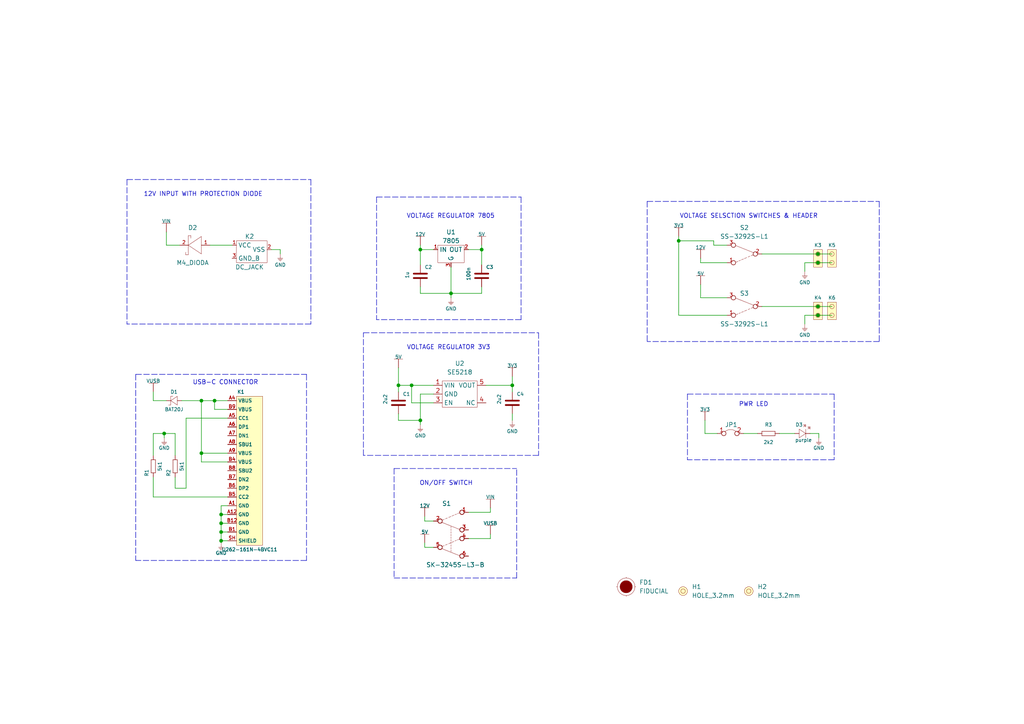
<source format=kicad_sch>
(kicad_sch (version 20211123) (generator eeschema)

  (uuid f8c8bbea-e952-4373-9560-88c6b50675e0)

  (paper "A4")

  (title_block
    (title "Breadboard power supply board")
    (date "2021-07-08")
    (rev "V1.1.1.")
    (company "SOLDERED")
    (comment 1 "333084")
  )

  (lib_symbols
    (symbol "e-radionica.com schematics:0402LED" (pin_numbers hide) (pin_names (offset 0.254) hide) (in_bom yes) (on_board yes)
      (property "Reference" "D" (id 0) (at -0.635 2.54 0)
        (effects (font (size 1 1)))
      )
      (property "Value" "0402LED" (id 1) (at 0 -2.54 0)
        (effects (font (size 1 1)))
      )
      (property "Footprint" "e-radionica.com footprinti:0402LED" (id 2) (at 0 5.08 0)
        (effects (font (size 1 1)) hide)
      )
      (property "Datasheet" "" (id 3) (at 0 0 0)
        (effects (font (size 1 1)) hide)
      )
      (symbol "0402LED_0_1"
        (polyline
          (pts
            (xy -0.635 1.27)
            (xy 1.27 0)
          )
          (stroke (width 0.0006) (type default) (color 0 0 0 0))
          (fill (type none))
        )
        (polyline
          (pts
            (xy 0.635 1.905)
            (xy 1.27 2.54)
          )
          (stroke (width 0.0006) (type default) (color 0 0 0 0))
          (fill (type none))
        )
        (polyline
          (pts
            (xy 1.27 1.27)
            (xy 1.27 -1.27)
          )
          (stroke (width 0.0006) (type default) (color 0 0 0 0))
          (fill (type none))
        )
        (polyline
          (pts
            (xy 1.905 1.27)
            (xy 2.54 1.905)
          )
          (stroke (width 0.0006) (type default) (color 0 0 0 0))
          (fill (type none))
        )
        (polyline
          (pts
            (xy -0.635 1.27)
            (xy -0.635 -1.27)
            (xy 1.27 0)
          )
          (stroke (width 0.0006) (type default) (color 0 0 0 0))
          (fill (type none))
        )
        (polyline
          (pts
            (xy 1.27 2.54)
            (xy 0.635 2.54)
            (xy 1.27 1.905)
            (xy 1.27 2.54)
          )
          (stroke (width 0.0006) (type default) (color 0 0 0 0))
          (fill (type none))
        )
        (polyline
          (pts
            (xy 2.54 1.905)
            (xy 1.905 1.905)
            (xy 2.54 1.27)
            (xy 2.54 1.905)
          )
          (stroke (width 0.0006) (type default) (color 0 0 0 0))
          (fill (type none))
        )
      )
      (symbol "0402LED_1_1"
        (pin passive line (at -1.905 0 0) (length 1.27)
          (name "A" (effects (font (size 1.27 1.27))))
          (number "1" (effects (font (size 1.27 1.27))))
        )
        (pin passive line (at 2.54 0 180) (length 1.27)
          (name "K" (effects (font (size 1.27 1.27))))
          (number "2" (effects (font (size 1.27 1.27))))
        )
      )
    )
    (symbol "e-radionica.com schematics:0402R" (pin_numbers hide) (pin_names (offset 0.254)) (in_bom yes) (on_board yes)
      (property "Reference" "R" (id 0) (at -1.905 1.27 0)
        (effects (font (size 1 1)))
      )
      (property "Value" "0402R" (id 1) (at 0 -1.27 0)
        (effects (font (size 1 1)))
      )
      (property "Footprint" "e-radionica.com footprinti:0402R" (id 2) (at -2.54 1.905 0)
        (effects (font (size 1 1)) hide)
      )
      (property "Datasheet" "" (id 3) (at -2.54 1.905 0)
        (effects (font (size 1 1)) hide)
      )
      (symbol "0402R_0_1"
        (rectangle (start -1.905 -0.635) (end 1.905 -0.6604)
          (stroke (width 0.1) (type default) (color 0 0 0 0))
          (fill (type none))
        )
        (rectangle (start -1.905 0.635) (end -1.8796 -0.635)
          (stroke (width 0.1) (type default) (color 0 0 0 0))
          (fill (type none))
        )
        (rectangle (start -1.905 0.635) (end 1.905 0.6096)
          (stroke (width 0.1) (type default) (color 0 0 0 0))
          (fill (type none))
        )
        (rectangle (start 1.905 0.635) (end 1.9304 -0.635)
          (stroke (width 0.1) (type default) (color 0 0 0 0))
          (fill (type none))
        )
      )
      (symbol "0402R_1_1"
        (pin passive line (at -3.175 0 0) (length 1.27)
          (name "~" (effects (font (size 1.27 1.27))))
          (number "1" (effects (font (size 1.27 1.27))))
        )
        (pin passive line (at 3.175 0 180) (length 1.27)
          (name "~" (effects (font (size 1.27 1.27))))
          (number "2" (effects (font (size 1.27 1.27))))
        )
      )
    )
    (symbol "e-radionica.com schematics:0603C" (pin_numbers hide) (pin_names (offset 0.002)) (in_bom yes) (on_board yes)
      (property "Reference" "C" (id 0) (at -0.635 3.175 0)
        (effects (font (size 1 1)))
      )
      (property "Value" "0603C" (id 1) (at 0 -3.175 0)
        (effects (font (size 1 1)))
      )
      (property "Footprint" "e-radionica.com footprinti:0603C" (id 2) (at 0 0 0)
        (effects (font (size 1 1)) hide)
      )
      (property "Datasheet" "" (id 3) (at 0 0 0)
        (effects (font (size 1 1)) hide)
      )
      (symbol "0603C_0_1"
        (polyline
          (pts
            (xy -0.635 1.905)
            (xy -0.635 -1.905)
          )
          (stroke (width 0.5) (type default) (color 0 0 0 0))
          (fill (type none))
        )
        (polyline
          (pts
            (xy 0.635 1.905)
            (xy 0.635 -1.905)
          )
          (stroke (width 0.5) (type default) (color 0 0 0 0))
          (fill (type none))
        )
      )
      (symbol "0603C_1_1"
        (pin passive line (at -3.175 0 0) (length 2.54)
          (name "~" (effects (font (size 1.27 1.27))))
          (number "1" (effects (font (size 1.27 1.27))))
        )
        (pin passive line (at 3.175 0 180) (length 2.54)
          (name "~" (effects (font (size 1.27 1.27))))
          (number "2" (effects (font (size 1.27 1.27))))
        )
      )
    )
    (symbol "e-radionica.com schematics:0603R_1" (pin_numbers hide) (pin_names (offset 0.254)) (in_bom yes) (on_board yes)
      (property "Reference" "R" (id 0) (at -1.905 1.905 0)
        (effects (font (size 1 1)))
      )
      (property "Value" "0603R" (id 1) (at 0 -1.905 0)
        (effects (font (size 1 1)))
      )
      (property "Footprint" "e-radionica.com footprinti:0603R" (id 2) (at -0.635 1.905 0)
        (effects (font (size 1 1)) hide)
      )
      (property "Datasheet" "" (id 3) (at -0.635 1.905 0)
        (effects (font (size 1 1)) hide)
      )
      (symbol "0603R_1_0_1"
        (rectangle (start -1.905 -0.635) (end 1.905 -0.6604)
          (stroke (width 0.1) (type default) (color 0 0 0 0))
          (fill (type none))
        )
        (rectangle (start -1.905 0.635) (end -1.8796 -0.635)
          (stroke (width 0.1) (type default) (color 0 0 0 0))
          (fill (type none))
        )
        (rectangle (start -1.905 0.635) (end 1.905 0.6096)
          (stroke (width 0.1) (type default) (color 0 0 0 0))
          (fill (type none))
        )
        (rectangle (start 1.905 0.635) (end 1.9304 -0.635)
          (stroke (width 0.1) (type default) (color 0 0 0 0))
          (fill (type none))
        )
      )
      (symbol "0603R_1_1_1"
        (pin passive line (at -3.175 0 0) (length 1.27)
          (name "~" (effects (font (size 1.27 1.27))))
          (number "1" (effects (font (size 1.27 1.27))))
        )
        (pin passive line (at 3.175 0 180) (length 1.27)
          (name "~" (effects (font (size 1.27 1.27))))
          (number "2" (effects (font (size 1.27 1.27))))
        )
      )
    )
    (symbol "e-radionica.com schematics:0603R_2" (pin_numbers hide) (pin_names (offset 0.254)) (in_bom yes) (on_board yes)
      (property "Reference" "R" (id 0) (at -1.905 1.905 0)
        (effects (font (size 1 1)))
      )
      (property "Value" "0603R" (id 1) (at 0 -1.905 0)
        (effects (font (size 1 1)))
      )
      (property "Footprint" "e-radionica.com footprinti:0603R" (id 2) (at -0.635 1.905 0)
        (effects (font (size 1 1)) hide)
      )
      (property "Datasheet" "" (id 3) (at -0.635 1.905 0)
        (effects (font (size 1 1)) hide)
      )
      (symbol "0603R_2_0_1"
        (rectangle (start -1.905 -0.635) (end 1.905 -0.6604)
          (stroke (width 0.1) (type default) (color 0 0 0 0))
          (fill (type none))
        )
        (rectangle (start -1.905 0.635) (end -1.8796 -0.635)
          (stroke (width 0.1) (type default) (color 0 0 0 0))
          (fill (type none))
        )
        (rectangle (start -1.905 0.635) (end 1.905 0.6096)
          (stroke (width 0.1) (type default) (color 0 0 0 0))
          (fill (type none))
        )
        (rectangle (start 1.905 0.635) (end 1.9304 -0.635)
          (stroke (width 0.1) (type default) (color 0 0 0 0))
          (fill (type none))
        )
      )
      (symbol "0603R_2_1_1"
        (pin passive line (at -3.175 0 0) (length 1.27)
          (name "~" (effects (font (size 1.27 1.27))))
          (number "1" (effects (font (size 1.27 1.27))))
        )
        (pin passive line (at 3.175 0 180) (length 1.27)
          (name "~" (effects (font (size 1.27 1.27))))
          (number "2" (effects (font (size 1.27 1.27))))
        )
      )
    )
    (symbol "e-radionica.com schematics:12V" (power) (pin_names (offset 0)) (in_bom yes) (on_board yes)
      (property "Reference" "#PWR" (id 0) (at 4.445 0 0)
        (effects (font (size 1 1)) hide)
      )
      (property "Value" "12V" (id 1) (at 0 3.556 0)
        (effects (font (size 1 1)))
      )
      (property "Footprint" "" (id 2) (at 4.445 3.81 0)
        (effects (font (size 1 1)) hide)
      )
      (property "Datasheet" "" (id 3) (at 4.445 3.81 0)
        (effects (font (size 1 1)) hide)
      )
      (property "ki_keywords" "power-flag" (id 4) (at 0 0 0)
        (effects (font (size 1.27 1.27)) hide)
      )
      (property "ki_description" "Power symbol creates a global label with name \"+3V3\"" (id 5) (at 0 0 0)
        (effects (font (size 1.27 1.27)) hide)
      )
      (symbol "12V_0_1"
        (polyline
          (pts
            (xy -1.27 2.54)
            (xy 1.27 2.54)
          )
          (stroke (width 0.0006) (type default) (color 0 0 0 0))
          (fill (type none))
        )
        (polyline
          (pts
            (xy 0 0)
            (xy 0 2.54)
          )
          (stroke (width 0) (type default) (color 0 0 0 0))
          (fill (type none))
        )
      )
      (symbol "12V_1_1"
        (pin power_in line (at 0 0 90) (length 0) hide
          (name "12V" (effects (font (size 1.27 1.27))))
          (number "1" (effects (font (size 1.27 1.27))))
        )
      )
    )
    (symbol "e-radionica.com schematics:3V3" (power) (pin_names (offset 0)) (in_bom yes) (on_board yes)
      (property "Reference" "#PWR" (id 0) (at 4.445 0 0)
        (effects (font (size 1 1)) hide)
      )
      (property "Value" "3V3" (id 1) (at 0 3.556 0)
        (effects (font (size 1 1)))
      )
      (property "Footprint" "" (id 2) (at 4.445 3.81 0)
        (effects (font (size 1 1)) hide)
      )
      (property "Datasheet" "" (id 3) (at 4.445 3.81 0)
        (effects (font (size 1 1)) hide)
      )
      (property "ki_keywords" "power-flag" (id 4) (at 0 0 0)
        (effects (font (size 1.27 1.27)) hide)
      )
      (property "ki_description" "Power symbol creates a global label with name \"+3V3\"" (id 5) (at 0 0 0)
        (effects (font (size 1.27 1.27)) hide)
      )
      (symbol "3V3_0_1"
        (polyline
          (pts
            (xy -1.27 2.54)
            (xy 1.27 2.54)
          )
          (stroke (width 0.0006) (type default) (color 0 0 0 0))
          (fill (type none))
        )
        (polyline
          (pts
            (xy 0 0)
            (xy 0 2.54)
          )
          (stroke (width 0) (type default) (color 0 0 0 0))
          (fill (type none))
        )
      )
      (symbol "3V3_1_1"
        (pin power_in line (at 0 0 90) (length 0) hide
          (name "3V3" (effects (font (size 1.27 1.27))))
          (number "1" (effects (font (size 1.27 1.27))))
        )
      )
    )
    (symbol "e-radionica.com schematics:5V" (power) (pin_names (offset 0)) (in_bom yes) (on_board yes)
      (property "Reference" "#PWR" (id 0) (at 4.445 0 0)
        (effects (font (size 1 1)) hide)
      )
      (property "Value" "5V" (id 1) (at 0 3.556 0)
        (effects (font (size 1 1)))
      )
      (property "Footprint" "" (id 2) (at 4.445 3.81 0)
        (effects (font (size 1 1)) hide)
      )
      (property "Datasheet" "" (id 3) (at 4.445 3.81 0)
        (effects (font (size 1 1)) hide)
      )
      (property "ki_keywords" "power-flag" (id 4) (at 0 0 0)
        (effects (font (size 1.27 1.27)) hide)
      )
      (property "ki_description" "Power symbol creates a global label with name \"+3V3\"" (id 5) (at 0 0 0)
        (effects (font (size 1.27 1.27)) hide)
      )
      (symbol "5V_0_1"
        (polyline
          (pts
            (xy -1.27 2.54)
            (xy 1.27 2.54)
          )
          (stroke (width 0.0006) (type default) (color 0 0 0 0))
          (fill (type none))
        )
        (polyline
          (pts
            (xy 0 0)
            (xy 0 2.54)
          )
          (stroke (width 0) (type default) (color 0 0 0 0))
          (fill (type none))
        )
      )
      (symbol "5V_1_1"
        (pin power_in line (at 0 0 90) (length 0) hide
          (name "5V" (effects (font (size 1.27 1.27))))
          (number "1" (effects (font (size 1.27 1.27))))
        )
      )
    )
    (symbol "e-radionica.com schematics:AS7805ADTR" (in_bom yes) (on_board yes)
      (property "Reference" "U" (id 0) (at 0 5.08 0)
        (effects (font (size 1.27 1.27)))
      )
      (property "Value" "AS7805ADTR" (id 1) (at 0 -8.89 0)
        (effects (font (size 1.27 1.27)))
      )
      (property "Footprint" "e-radionica.com footprinti:AS7805ADTR" (id 2) (at 0 -3.81 0)
        (effects (font (size 1.27 1.27)) hide)
      )
      (property "Datasheet" "" (id 3) (at 0 0 0)
        (effects (font (size 1.27 1.27)) hide)
      )
      (symbol "AS7805ADTR_0_1"
        (rectangle (start -3.81 3.81) (end 3.81 -1.27)
          (stroke (width 0.0006) (type default) (color 0 0 0 0))
          (fill (type none))
        )
      )
      (symbol "AS7805ADTR_1_1"
        (pin input line (at -5.08 2.54 0) (length 1.27)
          (name "IN" (effects (font (size 1.27 1.27))))
          (number "1" (effects (font (size 1 1))))
        )
        (pin output line (at 5.08 2.54 180) (length 1.27)
          (name "OUT" (effects (font (size 1.27 1.27))))
          (number "2" (effects (font (size 1 1))))
        )
        (pin passive line (at 0 -2.54 90) (length 1.27)
          (name "G" (effects (font (size 1.27 1.27))))
          (number "3" (effects (font (size 1 1))))
        )
      )
    )
    (symbol "e-radionica.com schematics:BAT20J" (pin_numbers hide) (pin_names hide) (in_bom yes) (on_board yes)
      (property "Reference" "D" (id 0) (at 0 2.54 0)
        (effects (font (size 1 1)))
      )
      (property "Value" "BAT20J" (id 1) (at 0 -2.54 0)
        (effects (font (size 1 1)))
      )
      (property "Footprint" "e-radionica.com footprinti:SOD-323" (id 2) (at 0.635 3.81 0)
        (effects (font (size 1 1)) hide)
      )
      (property "Datasheet" "" (id 3) (at 0 0 0)
        (effects (font (size 1 1)) hide)
      )
      (symbol "BAT20J_0_1"
        (polyline
          (pts
            (xy -0.635 1.27)
            (xy 1.27 0)
          )
          (stroke (width 0.0006) (type default) (color 0 0 0 0))
          (fill (type none))
        )
        (polyline
          (pts
            (xy 1.27 -1.27)
            (xy 0.635 -1.27)
          )
          (stroke (width 0.0006) (type default) (color 0 0 0 0))
          (fill (type none))
        )
        (polyline
          (pts
            (xy 1.27 1.27)
            (xy 1.27 -1.27)
          )
          (stroke (width 0.0006) (type default) (color 0 0 0 0))
          (fill (type none))
        )
        (polyline
          (pts
            (xy 1.27 1.27)
            (xy 1.905 1.27)
          )
          (stroke (width 0.0006) (type default) (color 0 0 0 0))
          (fill (type none))
        )
        (polyline
          (pts
            (xy -0.635 1.27)
            (xy -0.635 -1.27)
            (xy 1.27 0)
          )
          (stroke (width 0.0006) (type default) (color 0 0 0 0))
          (fill (type none))
        )
      )
      (symbol "BAT20J_1_1"
        (pin passive line (at -1.905 0 0) (length 1.27)
          (name "A" (effects (font (size 1.27 1.27))))
          (number "1" (effects (font (size 1.27 1.27))))
        )
        (pin passive line (at 2.54 0 180) (length 1.27)
          (name "K" (effects (font (size 1.27 1.27))))
          (number "2" (effects (font (size 1.27 1.27))))
        )
      )
    )
    (symbol "e-radionica.com schematics:DC_JACK" (in_bom yes) (on_board yes)
      (property "Reference" "K" (id 0) (at 0 5.08 0)
        (effects (font (size 1.27 1.27)))
      )
      (property "Value" "DC_JACK" (id 1) (at 0 -5.08 0)
        (effects (font (size 1.27 1.27)))
      )
      (property "Footprint" "e-radionica.com footprinti:DC_JACK" (id 2) (at 0 0 0)
        (effects (font (size 1.27 1.27)) hide)
      )
      (property "Datasheet" "" (id 3) (at 0 0 0)
        (effects (font (size 1.27 1.27)) hide)
      )
      (symbol "DC_JACK_0_1"
        (rectangle (start -3.81 2.54) (end 5.08 -3.81)
          (stroke (width 0.0006) (type default) (color 0 0 0 0))
          (fill (type none))
        )
      )
      (symbol "DC_JACK_1_1"
        (pin passive line (at -5.08 1.27 0) (length 1.27)
          (name "VCC" (effects (font (size 1.27 1.27))))
          (number "1" (effects (font (size 1 1))))
        )
        (pin passive line (at 6.35 0 180) (length 1.27)
          (name "VSS" (effects (font (size 1.27 1.27))))
          (number "2" (effects (font (size 1 1))))
        )
        (pin passive line (at -5.08 -2.54 0) (length 1.27)
          (name "GND_B" (effects (font (size 1.27 1.27))))
          (number "3" (effects (font (size 1 1))))
        )
      )
    )
    (symbol "e-radionica.com schematics:FIDUCIAL" (in_bom yes) (on_board yes)
      (property "Reference" "FD" (id 0) (at 0 3.81 0)
        (effects (font (size 1.27 1.27)))
      )
      (property "Value" "FIDUCIAL" (id 1) (at 0 -3.81 0)
        (effects (font (size 1.27 1.27)))
      )
      (property "Footprint" "e-radionica.com footprinti:FIDUCIAL_23" (id 2) (at 0.254 -5.334 0)
        (effects (font (size 1.27 1.27)) hide)
      )
      (property "Datasheet" "" (id 3) (at 0 0 0)
        (effects (font (size 1.27 1.27)) hide)
      )
      (symbol "FIDUCIAL_0_1"
        (polyline
          (pts
            (xy -2.54 0)
            (xy -2.794 0)
          )
          (stroke (width 0.0006) (type default) (color 0 0 0 0))
          (fill (type none))
        )
        (polyline
          (pts
            (xy 0 -2.54)
            (xy 0 -2.794)
          )
          (stroke (width 0.0006) (type default) (color 0 0 0 0))
          (fill (type none))
        )
        (polyline
          (pts
            (xy 0 2.54)
            (xy 0 2.794)
          )
          (stroke (width 0.0006) (type default) (color 0 0 0 0))
          (fill (type none))
        )
        (polyline
          (pts
            (xy 2.54 0)
            (xy 2.794 0)
          )
          (stroke (width 0.0006) (type default) (color 0 0 0 0))
          (fill (type none))
        )
        (circle (center 0 0) (radius 1.7961)
          (stroke (width 0.001) (type default) (color 0 0 0 0))
          (fill (type outline))
        )
        (circle (center 0 0) (radius 2.54)
          (stroke (width 0.0006) (type default) (color 0 0 0 0))
          (fill (type none))
        )
      )
    )
    (symbol "e-radionica.com schematics:GND" (power) (pin_names (offset 0)) (in_bom yes) (on_board yes)
      (property "Reference" "#PWR" (id 0) (at 4.445 0 0)
        (effects (font (size 1 1)) hide)
      )
      (property "Value" "GND" (id 1) (at 0 -2.921 0)
        (effects (font (size 1 1)))
      )
      (property "Footprint" "" (id 2) (at 4.445 3.81 0)
        (effects (font (size 1 1)) hide)
      )
      (property "Datasheet" "" (id 3) (at 4.445 3.81 0)
        (effects (font (size 1 1)) hide)
      )
      (property "ki_keywords" "power-flag" (id 4) (at 0 0 0)
        (effects (font (size 1.27 1.27)) hide)
      )
      (property "ki_description" "Power symbol creates a global label with name \"+3V3\"" (id 5) (at 0 0 0)
        (effects (font (size 1.27 1.27)) hide)
      )
      (symbol "GND_0_1"
        (polyline
          (pts
            (xy -0.762 -1.27)
            (xy 0.762 -1.27)
          )
          (stroke (width 0.0006) (type default) (color 0 0 0 0))
          (fill (type none))
        )
        (polyline
          (pts
            (xy -0.635 -1.524)
            (xy 0.635 -1.524)
          )
          (stroke (width 0.0006) (type default) (color 0 0 0 0))
          (fill (type none))
        )
        (polyline
          (pts
            (xy -0.381 -1.778)
            (xy 0.381 -1.778)
          )
          (stroke (width 0.0006) (type default) (color 0 0 0 0))
          (fill (type none))
        )
        (polyline
          (pts
            (xy -0.127 -2.032)
            (xy 0.127 -2.032)
          )
          (stroke (width 0.0006) (type default) (color 0 0 0 0))
          (fill (type none))
        )
        (polyline
          (pts
            (xy 0 0)
            (xy 0 -1.27)
          )
          (stroke (width 0.0006) (type default) (color 0 0 0 0))
          (fill (type none))
        )
      )
      (symbol "GND_1_1"
        (pin power_in line (at 0 0 270) (length 0) hide
          (name "GND" (effects (font (size 1.27 1.27))))
          (number "1" (effects (font (size 1.27 1.27))))
        )
      )
    )
    (symbol "e-radionica.com schematics:GND_1" (power) (pin_names (offset 0)) (in_bom yes) (on_board yes)
      (property "Reference" "#PWR" (id 0) (at 4.445 0 0)
        (effects (font (size 1 1)) hide)
      )
      (property "Value" "GND" (id 1) (at 0 -2.921 0)
        (effects (font (size 1 1)))
      )
      (property "Footprint" "" (id 2) (at 4.445 3.81 0)
        (effects (font (size 1 1)) hide)
      )
      (property "Datasheet" "" (id 3) (at 4.445 3.81 0)
        (effects (font (size 1 1)) hide)
      )
      (property "ki_keywords" "power-flag" (id 4) (at 0 0 0)
        (effects (font (size 1.27 1.27)) hide)
      )
      (property "ki_description" "Power symbol creates a global label with name \"+3V3\"" (id 5) (at 0 0 0)
        (effects (font (size 1.27 1.27)) hide)
      )
      (symbol "GND_1_0_1"
        (polyline
          (pts
            (xy -0.762 -1.27)
            (xy 0.762 -1.27)
          )
          (stroke (width 0.0006) (type default) (color 0 0 0 0))
          (fill (type none))
        )
        (polyline
          (pts
            (xy -0.635 -1.524)
            (xy 0.635 -1.524)
          )
          (stroke (width 0.0006) (type default) (color 0 0 0 0))
          (fill (type none))
        )
        (polyline
          (pts
            (xy -0.381 -1.778)
            (xy 0.381 -1.778)
          )
          (stroke (width 0.0006) (type default) (color 0 0 0 0))
          (fill (type none))
        )
        (polyline
          (pts
            (xy -0.127 -2.032)
            (xy 0.127 -2.032)
          )
          (stroke (width 0.0006) (type default) (color 0 0 0 0))
          (fill (type none))
        )
        (polyline
          (pts
            (xy 0 0)
            (xy 0 -1.27)
          )
          (stroke (width 0.0006) (type default) (color 0 0 0 0))
          (fill (type none))
        )
      )
      (symbol "GND_1_1_1"
        (pin power_in line (at 0 0 270) (length 0) hide
          (name "GND" (effects (font (size 1.27 1.27))))
          (number "1" (effects (font (size 1.27 1.27))))
        )
      )
    )
    (symbol "e-radionica.com schematics:GND_3" (power) (pin_names (offset 0)) (in_bom yes) (on_board yes)
      (property "Reference" "#PWR" (id 0) (at 4.445 0 0)
        (effects (font (size 1 1)) hide)
      )
      (property "Value" "GND" (id 1) (at 0 -2.921 0)
        (effects (font (size 1 1)))
      )
      (property "Footprint" "" (id 2) (at 4.445 3.81 0)
        (effects (font (size 1 1)) hide)
      )
      (property "Datasheet" "" (id 3) (at 4.445 3.81 0)
        (effects (font (size 1 1)) hide)
      )
      (property "ki_keywords" "power-flag" (id 4) (at 0 0 0)
        (effects (font (size 1.27 1.27)) hide)
      )
      (property "ki_description" "Power symbol creates a global label with name \"+3V3\"" (id 5) (at 0 0 0)
        (effects (font (size 1.27 1.27)) hide)
      )
      (symbol "GND_3_0_1"
        (polyline
          (pts
            (xy -0.762 -1.27)
            (xy 0.762 -1.27)
          )
          (stroke (width 0.0006) (type default) (color 0 0 0 0))
          (fill (type none))
        )
        (polyline
          (pts
            (xy -0.635 -1.524)
            (xy 0.635 -1.524)
          )
          (stroke (width 0.0006) (type default) (color 0 0 0 0))
          (fill (type none))
        )
        (polyline
          (pts
            (xy -0.381 -1.778)
            (xy 0.381 -1.778)
          )
          (stroke (width 0.0006) (type default) (color 0 0 0 0))
          (fill (type none))
        )
        (polyline
          (pts
            (xy -0.127 -2.032)
            (xy 0.127 -2.032)
          )
          (stroke (width 0.0006) (type default) (color 0 0 0 0))
          (fill (type none))
        )
        (polyline
          (pts
            (xy 0 0)
            (xy 0 -1.27)
          )
          (stroke (width 0.0006) (type default) (color 0 0 0 0))
          (fill (type none))
        )
      )
      (symbol "GND_3_1_1"
        (pin power_in line (at 0 0 270) (length 0) hide
          (name "GND" (effects (font (size 1.27 1.27))))
          (number "1" (effects (font (size 1.27 1.27))))
        )
      )
    )
    (symbol "e-radionica.com schematics:GND_5" (power) (pin_names (offset 0)) (in_bom yes) (on_board yes)
      (property "Reference" "#PWR" (id 0) (at 4.445 0 0)
        (effects (font (size 1 1)) hide)
      )
      (property "Value" "GND" (id 1) (at 0 -2.921 0)
        (effects (font (size 1 1)))
      )
      (property "Footprint" "" (id 2) (at 4.445 3.81 0)
        (effects (font (size 1 1)) hide)
      )
      (property "Datasheet" "" (id 3) (at 4.445 3.81 0)
        (effects (font (size 1 1)) hide)
      )
      (property "ki_keywords" "power-flag" (id 4) (at 0 0 0)
        (effects (font (size 1.27 1.27)) hide)
      )
      (property "ki_description" "Power symbol creates a global label with name \"+3V3\"" (id 5) (at 0 0 0)
        (effects (font (size 1.27 1.27)) hide)
      )
      (symbol "GND_5_0_1"
        (polyline
          (pts
            (xy -0.762 -1.27)
            (xy 0.762 -1.27)
          )
          (stroke (width 0.0006) (type default) (color 0 0 0 0))
          (fill (type none))
        )
        (polyline
          (pts
            (xy -0.635 -1.524)
            (xy 0.635 -1.524)
          )
          (stroke (width 0.0006) (type default) (color 0 0 0 0))
          (fill (type none))
        )
        (polyline
          (pts
            (xy -0.381 -1.778)
            (xy 0.381 -1.778)
          )
          (stroke (width 0.0006) (type default) (color 0 0 0 0))
          (fill (type none))
        )
        (polyline
          (pts
            (xy -0.127 -2.032)
            (xy 0.127 -2.032)
          )
          (stroke (width 0.0006) (type default) (color 0 0 0 0))
          (fill (type none))
        )
        (polyline
          (pts
            (xy 0 0)
            (xy 0 -1.27)
          )
          (stroke (width 0.0006) (type default) (color 0 0 0 0))
          (fill (type none))
        )
      )
      (symbol "GND_5_1_1"
        (pin power_in line (at 0 0 270) (length 0) hide
          (name "GND" (effects (font (size 1.27 1.27))))
          (number "1" (effects (font (size 1.27 1.27))))
        )
      )
    )
    (symbol "e-radionica.com schematics:HEADER_MALE_2X1" (pin_numbers hide) (pin_names hide) (in_bom yes) (on_board yes)
      (property "Reference" "K" (id 0) (at -1.27 5.08 0)
        (effects (font (size 1 1)))
      )
      (property "Value" "HEADER_MALE_2X1" (id 1) (at 0 -2.54 0)
        (effects (font (size 1 1)))
      )
      (property "Footprint" "e-radionica.com footprinti:HEADER_MALE_2X1" (id 2) (at 0 0 0)
        (effects (font (size 1 1)) hide)
      )
      (property "Datasheet" "" (id 3) (at 0 0 0)
        (effects (font (size 1 1)) hide)
      )
      (symbol "HEADER_MALE_2X1_0_1"
        (circle (center 0 0) (radius 0.635)
          (stroke (width 0.0006) (type default) (color 0 0 0 0))
          (fill (type none))
        )
        (circle (center 0 2.54) (radius 0.635)
          (stroke (width 0.0006) (type default) (color 0 0 0 0))
          (fill (type none))
        )
        (rectangle (start 1.27 -1.27) (end -1.27 3.81)
          (stroke (width 0.001) (type default) (color 0 0 0 0))
          (fill (type background))
        )
      )
      (symbol "HEADER_MALE_2X1_1_1"
        (pin passive line (at 0 0 180) (length 0)
          (name "~" (effects (font (size 1 1))))
          (number "1" (effects (font (size 1 1))))
        )
        (pin passive line (at 0 2.54 180) (length 0)
          (name "~" (effects (font (size 1 1))))
          (number "2" (effects (font (size 1 1))))
        )
      )
    )
    (symbol "e-radionica.com schematics:HOLE_3.2mm" (pin_numbers hide) (pin_names hide) (in_bom yes) (on_board yes)
      (property "Reference" "H" (id 0) (at 0 2.54 0)
        (effects (font (size 1.27 1.27)))
      )
      (property "Value" "HOLE_3.2mm" (id 1) (at 0 -2.54 0)
        (effects (font (size 1.27 1.27)))
      )
      (property "Footprint" "e-radionica.com footprinti:HOLE_3.2mm" (id 2) (at 0 0 0)
        (effects (font (size 1.27 1.27)) hide)
      )
      (property "Datasheet" "" (id 3) (at 0 0 0)
        (effects (font (size 1.27 1.27)) hide)
      )
      (symbol "HOLE_3.2mm_0_1"
        (circle (center 0 0) (radius 0.635)
          (stroke (width 0.0006) (type default) (color 0 0 0 0))
          (fill (type none))
        )
        (circle (center 0 0) (radius 1.27)
          (stroke (width 0.001) (type default) (color 0 0 0 0))
          (fill (type background))
        )
      )
    )
    (symbol "e-radionica.com schematics:M4_DIODA" (pin_names hide) (in_bom yes) (on_board yes)
      (property "Reference" "D" (id 0) (at 0 3.81 0)
        (effects (font (size 1.27 1.27)))
      )
      (property "Value" "M4_DIODA" (id 1) (at 0 -4.572 0)
        (effects (font (size 1.27 1.27)))
      )
      (property "Footprint" "e-radionica.com footprinti:M4_DIODA" (id 2) (at 0 -6.35 0)
        (effects (font (size 1.27 1.27)) hide)
      )
      (property "Datasheet" "" (id 3) (at 0 0 0)
        (effects (font (size 1.27 1.27)) hide)
      )
      (symbol "M4_DIODA_0_1"
        (polyline
          (pts
            (xy -2.54 2.54)
            (xy -2.54 -2.54)
            (xy 1.27 0)
            (xy -2.54 2.54)
          )
          (stroke (width 0.0006) (type default) (color 0 0 0 0))
          (fill (type none))
        )
        (polyline
          (pts
            (xy 1.27 2.794)
            (xy 1.27 -2.794)
            (xy 0.508 -2.794)
            (xy 0.508 -2.032)
          )
          (stroke (width 0.0006) (type default) (color 0 0 0 0))
          (fill (type none))
        )
        (polyline
          (pts
            (xy 1.27 2.794)
            (xy 2.032 2.794)
            (xy 2.032 2.032)
            (xy 2.032 2.54)
          )
          (stroke (width 0.0006) (type default) (color 0 0 0 0))
          (fill (type none))
        )
      )
      (symbol "M4_DIODA_1_1"
        (pin passive line (at -5.08 0 0) (length 2.54)
          (name "A" (effects (font (size 1 1))))
          (number "1" (effects (font (size 1 1))))
        )
        (pin passive line (at 3.81 0 180) (length 2.54)
          (name "K" (effects (font (size 1 1))))
          (number "2" (effects (font (size 1 1))))
        )
      )
    )
    (symbol "e-radionica.com schematics:SE5218" (in_bom yes) (on_board yes)
      (property "Reference" "U" (id 0) (at -3.81 5.08 0)
        (effects (font (size 1.27 1.27)))
      )
      (property "Value" "SE5218" (id 1) (at 0 -5.08 0)
        (effects (font (size 1.27 1.27)))
      )
      (property "Footprint" "e-radionica.com footprinti:SOT-23-5" (id 2) (at 0 0 0)
        (effects (font (size 1.27 1.27)) hide)
      )
      (property "Datasheet" "" (id 3) (at 0 0 0)
        (effects (font (size 1.27 1.27)) hide)
      )
      (symbol "SE5218_0_1"
        (rectangle (start -5.08 3.81) (end 5.08 -3.81)
          (stroke (width 0.0006) (type default) (color 0 0 0 0))
          (fill (type none))
        )
      )
      (symbol "SE5218_1_1"
        (pin power_in line (at -7.62 2.54 0) (length 2.54)
          (name "VIN" (effects (font (size 1.27 1.27))))
          (number "1" (effects (font (size 1.27 1.27))))
        )
        (pin power_in line (at -7.62 0 0) (length 2.54)
          (name "GND" (effects (font (size 1.27 1.27))))
          (number "2" (effects (font (size 1.27 1.27))))
        )
        (pin input line (at -7.62 -2.54 0) (length 2.54)
          (name "EN" (effects (font (size 1.27 1.27))))
          (number "3" (effects (font (size 1.27 1.27))))
        )
        (pin passive line (at 7.62 -2.54 180) (length 2.54)
          (name "NC" (effects (font (size 1.27 1.27))))
          (number "4" (effects (font (size 1.27 1.27))))
        )
        (pin power_out line (at 7.62 2.54 180) (length 2.54)
          (name "VOUT" (effects (font (size 1.27 1.27))))
          (number "5" (effects (font (size 1.27 1.27))))
        )
      )
    )
    (symbol "e-radionica.com schematics:SK-3245S-L3-B" (in_bom yes) (on_board yes)
      (property "Reference" "S" (id 0) (at -3.81 7.62 0)
        (effects (font (size 1.27 1.27)))
      )
      (property "Value" "SK-3245S-L3-B" (id 1) (at 0 -10.16 0)
        (effects (font (size 1.27 1.27)))
      )
      (property "Footprint" "e-radionica.com footprinti:SK-3245S-L3-B" (id 2) (at 0 0 0)
        (effects (font (size 1.27 1.27)) hide)
      )
      (property "Datasheet" "" (id 3) (at 0 0 0)
        (effects (font (size 1.27 1.27)) hide)
      )
      (symbol "SK-3245S-L3-B_0_1"
        (polyline
          (pts
            (xy -5.1816 -4.191)
            (xy -0.0254 -6.2484)
          )
          (stroke (width 0.0006) (type default) (color 0 0 0 0))
          (fill (type none))
        )
        (polyline
          (pts
            (xy -5.1816 3.429)
            (xy -0.0254 1.3716)
          )
          (stroke (width 0.0006) (type default) (color 0 0 0 0))
          (fill (type none))
        )
        (polyline
          (pts
            (xy -5.1054 -3.556)
            (xy -4.4958 -3.302)
          )
          (stroke (width 0.0006) (type default) (color 0 0 0 0))
          (fill (type none))
        )
        (polyline
          (pts
            (xy -5.1054 4.064)
            (xy -4.4958 4.318)
          )
          (stroke (width 0.0006) (type default) (color 0 0 0 0))
          (fill (type none))
        )
        (polyline
          (pts
            (xy -4.1402 -3.1496)
            (xy -3.6068 -2.921)
          )
          (stroke (width 0.0006) (type default) (color 0 0 0 0))
          (fill (type none))
        )
        (polyline
          (pts
            (xy -4.1402 4.4704)
            (xy -3.6068 4.699)
          )
          (stroke (width 0.0006) (type default) (color 0 0 0 0))
          (fill (type none))
        )
        (polyline
          (pts
            (xy -3.2258 -2.7686)
            (xy -2.54 -2.4638)
          )
          (stroke (width 0.0006) (type default) (color 0 0 0 0))
          (fill (type none))
        )
        (polyline
          (pts
            (xy -3.2258 4.8514)
            (xy -2.54 5.1562)
          )
          (stroke (width 0.0006) (type default) (color 0 0 0 0))
          (fill (type none))
        )
        (polyline
          (pts
            (xy -2.54 -3.81)
            (xy -2.54 -4.318)
          )
          (stroke (width 0.0006) (type default) (color 0 0 0 0))
          (fill (type none))
        )
        (polyline
          (pts
            (xy -2.54 -3.048)
            (xy -2.54 -3.556)
          )
          (stroke (width 0.0006) (type default) (color 0 0 0 0))
          (fill (type none))
        )
        (polyline
          (pts
            (xy -2.54 -2.286)
            (xy -2.54 -2.794)
          )
          (stroke (width 0.0006) (type default) (color 0 0 0 0))
          (fill (type none))
        )
        (polyline
          (pts
            (xy -2.54 -1.524)
            (xy -2.54 -2.032)
          )
          (stroke (width 0.0006) (type default) (color 0 0 0 0))
          (fill (type none))
        )
        (polyline
          (pts
            (xy -2.54 -0.762)
            (xy -2.54 -1.27)
          )
          (stroke (width 0.0006) (type default) (color 0 0 0 0))
          (fill (type none))
        )
        (polyline
          (pts
            (xy -2.54 0)
            (xy -2.54 -0.508)
          )
          (stroke (width 0.0006) (type default) (color 0 0 0 0))
          (fill (type none))
        )
        (polyline
          (pts
            (xy -2.54 0.762)
            (xy -2.54 0.254)
          )
          (stroke (width 0.0006) (type default) (color 0 0 0 0))
          (fill (type none))
        )
        (polyline
          (pts
            (xy -2.54 1.524)
            (xy -2.54 1.016)
          )
          (stroke (width 0.0006) (type default) (color 0 0 0 0))
          (fill (type none))
        )
        (polyline
          (pts
            (xy -2.286 -2.3622)
            (xy -1.7018 -2.1082)
          )
          (stroke (width 0.0006) (type default) (color 0 0 0 0))
          (fill (type none))
        )
        (polyline
          (pts
            (xy -2.286 5.2578)
            (xy -1.7018 5.5118)
          )
          (stroke (width 0.0006) (type default) (color 0 0 0 0))
          (fill (type none))
        )
        (polyline
          (pts
            (xy -1.4224 -1.9812)
            (xy -0.9398 -1.778)
          )
          (stroke (width 0.0006) (type default) (color 0 0 0 0))
          (fill (type none))
        )
        (polyline
          (pts
            (xy -1.4224 5.6388)
            (xy -0.9398 5.842)
          )
          (stroke (width 0.0006) (type default) (color 0 0 0 0))
          (fill (type none))
        )
        (polyline
          (pts
            (xy -2.54 -4.572)
            (xy -2.54 -5.08)
            (xy -2.54 -4.826)
          )
          (stroke (width 0.0006) (type default) (color 0 0 0 0))
          (fill (type none))
        )
        (polyline
          (pts
            (xy -2.54 2.286)
            (xy -2.54 1.778)
            (xy -2.54 1.778)
          )
          (stroke (width 0.0006) (type default) (color 0 0 0 0))
          (fill (type none))
        )
        (polyline
          (pts
            (xy -0.6858 -1.6764)
            (xy -0.127 -1.4224)
            (xy -0.1524 -1.4224)
          )
          (stroke (width 0.0006) (type default) (color 0 0 0 0))
          (fill (type none))
        )
        (polyline
          (pts
            (xy -0.6858 5.9436)
            (xy -0.127 6.1976)
            (xy -0.1524 6.1976)
          )
          (stroke (width 0.0006) (type default) (color 0 0 0 0))
          (fill (type none))
        )
      )
      (symbol "SK-3245S-L3-B_1_1"
        (pin input inverted (at 2.54 6.35 180) (length 2.54)
          (name "" (effects (font (size 1 1))))
          (number "1" (effects (font (size 1 1))))
        )
        (pin input inverted (at -7.62 3.81 0) (length 2.54)
          (name "" (effects (font (size 1 1))))
          (number "2" (effects (font (size 1 1))))
        )
        (pin input inverted (at 2.54 1.27 180) (length 2.54)
          (name "" (effects (font (size 1 1))))
          (number "3" (effects (font (size 1 1))))
        )
        (pin input inverted (at 2.54 -1.27 180) (length 2.54)
          (name "" (effects (font (size 1 1))))
          (number "4" (effects (font (size 1 1))))
        )
        (pin input inverted (at -7.62 -3.81 0) (length 2.54)
          (name "" (effects (font (size 1 1))))
          (number "5" (effects (font (size 1 1))))
        )
        (pin input inverted (at 2.54 -6.35 180) (length 2.54)
          (name "" (effects (font (size 1 1))))
          (number "6" (effects (font (size 1 1))))
        )
      )
    )
    (symbol "e-radionica.com schematics:SMD-JUMPER-CONNECTED_TRACE_SLODERMASK" (in_bom yes) (on_board yes)
      (property "Reference" "JP" (id 0) (at 0 3.556 0)
        (effects (font (size 1.27 1.27)))
      )
      (property "Value" "SMD-JUMPER-CONNECTED_TRACE_SLODERMASK" (id 1) (at 0 -2.54 0)
        (effects (font (size 1.27 1.27)))
      )
      (property "Footprint" "e-radionica.com footprinti:SMD-JUMPER-CONNECTED_TRACE_SLODERMASK" (id 2) (at 0 -5.715 0)
        (effects (font (size 1.27 1.27)) hide)
      )
      (property "Datasheet" "" (id 3) (at 0 0 0)
        (effects (font (size 1.27 1.27)) hide)
      )
      (symbol "SMD-JUMPER-CONNECTED_TRACE_SLODERMASK_0_1"
        (arc (start 1.397 0.5842) (mid -0.2077 1.1365) (end -1.8034 0.5588)
          (stroke (width 0.0006) (type default) (color 0 0 0 0))
          (fill (type none))
        )
      )
      (symbol "SMD-JUMPER-CONNECTED_TRACE_SLODERMASK_1_1"
        (pin passive inverted (at -4.064 0 0) (length 2.54)
          (name "" (effects (font (size 1.27 1.27))))
          (number "1" (effects (font (size 1.27 1.27))))
        )
        (pin passive inverted (at 3.556 0 180) (length 2.54)
          (name "" (effects (font (size 1.27 1.27))))
          (number "2" (effects (font (size 1.27 1.27))))
        )
      )
    )
    (symbol "e-radionica.com schematics:SS-3292S-L1" (in_bom yes) (on_board yes)
      (property "Reference" "S" (id 0) (at 0 7.62 0)
        (effects (font (size 1.27 1.27)))
      )
      (property "Value" "SS-3292S-L1" (id 1) (at 0 5.08 0)
        (effects (font (size 1.27 1.27)))
      )
      (property "Footprint" "e-radionica.com footprinti:SS-3292S-L1" (id 2) (at 1.27 -6.35 0)
        (effects (font (size 1.27 1.27)) hide)
      )
      (property "Datasheet" "" (id 3) (at 0 7.62 0)
        (effects (font (size 1.27 1.27)) hide)
      )
      (symbol "SS-3292S-L1_0_1"
        (polyline
          (pts
            (xy -1.3716 -0.381)
            (xy 3.7846 -2.4384)
          )
          (stroke (width 0.0006) (type default) (color 0 0 0 0))
          (fill (type none))
        )
        (polyline
          (pts
            (xy -1.2954 0.254)
            (xy -0.6858 0.508)
          )
          (stroke (width 0.0006) (type default) (color 0 0 0 0))
          (fill (type none))
        )
        (polyline
          (pts
            (xy -0.3302 0.6604)
            (xy 0.2032 0.889)
          )
          (stroke (width 0.0006) (type default) (color 0 0 0 0))
          (fill (type none))
        )
        (polyline
          (pts
            (xy 0.5842 1.0414)
            (xy 1.27 1.3462)
          )
          (stroke (width 0.0006) (type default) (color 0 0 0 0))
          (fill (type none))
        )
        (polyline
          (pts
            (xy 1.524 1.4478)
            (xy 2.1082 1.7018)
          )
          (stroke (width 0.0006) (type default) (color 0 0 0 0))
          (fill (type none))
        )
        (polyline
          (pts
            (xy 2.3876 1.8288)
            (xy 2.8702 2.032)
          )
          (stroke (width 0.0006) (type default) (color 0 0 0 0))
          (fill (type none))
        )
        (polyline
          (pts
            (xy 3.1242 2.1336)
            (xy 3.683 2.3876)
            (xy 3.6576 2.3876)
          )
          (stroke (width 0.0006) (type default) (color 0 0 0 0))
          (fill (type none))
        )
      )
      (symbol "SS-3292S-L1_1_1"
        (pin input inverted (at 6.35 2.54 180) (length 2.54)
          (name "" (effects (font (size 1 1))))
          (number "1" (effects (font (size 1 1))))
        )
        (pin input inverted (at -3.81 0 0) (length 2.54)
          (name "" (effects (font (size 1 1))))
          (number "2" (effects (font (size 1 1))))
        )
        (pin input inverted (at 6.35 -2.54 180) (length 2.54)
          (name "" (effects (font (size 1 1))))
          (number "3" (effects (font (size 1 1))))
        )
      )
    )
    (symbol "e-radionica.com schematics:U262-161N-4BVC11" (in_bom yes) (on_board yes)
      (property "Reference" "K" (id 0) (at 0 22.86 0)
        (effects (font (size 1 1)))
      )
      (property "Value" "U262-161N-4BVC11" (id 1) (at 2.54 -22.86 0)
        (effects (font (size 1 1)))
      )
      (property "Footprint" "e-radionica.com footprinti:U262-161N-4BVC11" (id 2) (at 1.27 -3.81 0)
        (effects (font (size 1 1)) hide)
      )
      (property "Datasheet" "" (id 3) (at 1.27 -3.81 0)
        (effects (font (size 1 1)) hide)
      )
      (property "ki_keywords" "USBC USB-C USB" (id 4) (at 0 0 0)
        (effects (font (size 1.27 1.27)) hide)
      )
      (symbol "U262-161N-4BVC11_0_1"
        (rectangle (start -1.27 21.59) (end 6.35 -21.59)
          (stroke (width 0.001) (type default) (color 0 0 0 0))
          (fill (type background))
        )
      )
      (symbol "U262-161N-4BVC11_1_1"
        (pin passive line (at -3.81 -10.16 0) (length 2.54)
          (name "GND" (effects (font (size 1 1))))
          (number "A1" (effects (font (size 1 1))))
        )
        (pin passive line (at -3.81 -12.7 0) (length 2.54)
          (name "GND" (effects (font (size 1 1))))
          (number "A12" (effects (font (size 1 1))))
        )
        (pin passive line (at -3.81 20.32 0) (length 2.54)
          (name "VBUS" (effects (font (size 1 1))))
          (number "A4" (effects (font (size 1 1))))
        )
        (pin passive line (at -3.81 15.24 0) (length 2.54)
          (name "CC1" (effects (font (size 1 1))))
          (number "A5" (effects (font (size 1 1))))
        )
        (pin passive line (at -3.81 12.7 0) (length 2.54)
          (name "DP1" (effects (font (size 1 1))))
          (number "A6" (effects (font (size 1 1))))
        )
        (pin passive line (at -3.81 10.16 0) (length 2.54)
          (name "DN1" (effects (font (size 1 1))))
          (number "A7" (effects (font (size 1 1))))
        )
        (pin passive line (at -3.81 7.62 0) (length 2.54)
          (name "SBU1" (effects (font (size 1 1))))
          (number "A8" (effects (font (size 1 1))))
        )
        (pin passive line (at -3.81 5.08 0) (length 2.54)
          (name "VBUS" (effects (font (size 1 1))))
          (number "A9" (effects (font (size 1 1))))
        )
        (pin passive line (at -3.81 -17.78 0) (length 2.54)
          (name "GND" (effects (font (size 1 1))))
          (number "B1" (effects (font (size 1 1))))
        )
        (pin passive line (at -3.81 -15.24 0) (length 2.54)
          (name "GND" (effects (font (size 1 1))))
          (number "B12" (effects (font (size 1 1))))
        )
        (pin passive line (at -3.81 2.54 0) (length 2.54)
          (name "VBUS" (effects (font (size 1 1))))
          (number "B4" (effects (font (size 1 1))))
        )
        (pin passive line (at -3.81 -7.62 0) (length 2.54)
          (name "CC2" (effects (font (size 1 1))))
          (number "B5" (effects (font (size 1 1))))
        )
        (pin passive line (at -3.81 -5.08 0) (length 2.54)
          (name "DP2" (effects (font (size 1 1))))
          (number "B6" (effects (font (size 1 1))))
        )
        (pin passive line (at -3.81 -2.54 0) (length 2.54)
          (name "DN2" (effects (font (size 1 1))))
          (number "B7" (effects (font (size 1 1))))
        )
        (pin passive line (at -3.81 0 0) (length 2.54)
          (name "SBU2" (effects (font (size 1 1))))
          (number "B8" (effects (font (size 1 1))))
        )
        (pin passive line (at -3.81 17.78 0) (length 2.54)
          (name "VBUS" (effects (font (size 1 1))))
          (number "B9" (effects (font (size 1 1))))
        )
        (pin passive line (at -3.81 -20.32 0) (length 2.54)
          (name "SHIELD" (effects (font (size 1 1))))
          (number "SH" (effects (font (size 1 1))))
        )
      )
    )
    (symbol "e-radionica.com schematics:VIN" (power) (pin_names (offset 0)) (in_bom yes) (on_board yes)
      (property "Reference" "#PWR" (id 0) (at 4.445 0 0)
        (effects (font (size 1 1)) hide)
      )
      (property "Value" "VIN" (id 1) (at 0 3.556 0)
        (effects (font (size 1 1)))
      )
      (property "Footprint" "" (id 2) (at 4.445 3.81 0)
        (effects (font (size 1 1)) hide)
      )
      (property "Datasheet" "" (id 3) (at 4.445 3.81 0)
        (effects (font (size 1 1)) hide)
      )
      (property "ki_keywords" "power-flag" (id 4) (at 0 0 0)
        (effects (font (size 1.27 1.27)) hide)
      )
      (property "ki_description" "Power symbol creates a global label with name \"+3V3\"" (id 5) (at 0 0 0)
        (effects (font (size 1.27 1.27)) hide)
      )
      (symbol "VIN_0_1"
        (polyline
          (pts
            (xy -1.27 2.54)
            (xy 1.27 2.54)
          )
          (stroke (width 0.0006) (type default) (color 0 0 0 0))
          (fill (type none))
        )
        (polyline
          (pts
            (xy 0 0)
            (xy 0 2.54)
          )
          (stroke (width 0) (type default) (color 0 0 0 0))
          (fill (type none))
        )
      )
      (symbol "VIN_1_1"
        (pin power_in line (at 0 0 90) (length 0) hide
          (name "VIN" (effects (font (size 1.27 1.27))))
          (number "1" (effects (font (size 1.27 1.27))))
        )
      )
    )
    (symbol "e-radionica.com schematics:VUSB" (power) (pin_names (offset 0)) (in_bom yes) (on_board yes)
      (property "Reference" "#PWR" (id 0) (at 4.445 0 0)
        (effects (font (size 1 1)) hide)
      )
      (property "Value" "VUSB" (id 1) (at 0 3.556 0)
        (effects (font (size 1 1)))
      )
      (property "Footprint" "" (id 2) (at 4.445 3.81 0)
        (effects (font (size 1 1)) hide)
      )
      (property "Datasheet" "" (id 3) (at 4.445 3.81 0)
        (effects (font (size 1 1)) hide)
      )
      (property "ki_keywords" "power-flag" (id 4) (at 0 0 0)
        (effects (font (size 1.27 1.27)) hide)
      )
      (property "ki_description" "Power symbol creates a global label with name \"+3V3\"" (id 5) (at 0 0 0)
        (effects (font (size 1.27 1.27)) hide)
      )
      (symbol "VUSB_0_1"
        (polyline
          (pts
            (xy -1.27 2.54)
            (xy 1.27 2.54)
          )
          (stroke (width 0.0006) (type default) (color 0 0 0 0))
          (fill (type none))
        )
        (polyline
          (pts
            (xy 0 0)
            (xy 0 2.54)
          )
          (stroke (width 0) (type default) (color 0 0 0 0))
          (fill (type none))
        )
      )
      (symbol "VUSB_1_1"
        (pin power_in line (at 0 0 90) (length 0) hide
          (name "VUSB" (effects (font (size 1.27 1.27))))
          (number "1" (effects (font (size 1.27 1.27))))
        )
      )
    )
  )

  (junction (at 58.42 116.205) (diameter 0.9144) (color 0 0 0 0)
    (uuid 101ef598-601d-400e-9ef6-d655fbb1dbfa)
  )
  (junction (at 121.92 72.39) (diameter 0.9144) (color 0 0 0 0)
    (uuid 15fe8f3d-6077-4e0e-81d0-8ec3f4538981)
  )
  (junction (at 237.236 91.44) (diameter 0.9144) (color 0 0 0 0)
    (uuid 20c315f4-1e4f-49aa-8d61-778a7389df7e)
  )
  (junction (at 64.135 154.305) (diameter 0.9144) (color 0 0 0 0)
    (uuid 35a9f71f-ba35-47f6-814e-4106ac36c51e)
  )
  (junction (at 64.135 151.765) (diameter 0.9144) (color 0 0 0 0)
    (uuid 5b34a16c-5a14-4291-8242-ea6d6ac54372)
  )
  (junction (at 62.23 116.205) (diameter 0.9144) (color 0 0 0 0)
    (uuid 6781326c-6e0d-4753-8f28-0f5c687e01f9)
  )
  (junction (at 237.236 88.9) (diameter 0.9144) (color 0 0 0 0)
    (uuid 7a4ce4b3-518a-4819-b8b2-5127b3347c64)
  )
  (junction (at 47.625 125.73) (diameter 0.9144) (color 0 0 0 0)
    (uuid 7f52d787-caa3-4a92-b1b2-19d554dc29a4)
  )
  (junction (at 121.92 121.92) (diameter 0.9144) (color 0 0 0 0)
    (uuid 814763c2-92e5-4a2c-941c-9bbd073f6e87)
  )
  (junction (at 139.7 72.39) (diameter 0.9144) (color 0 0 0 0)
    (uuid 82be7aae-5d06-4178-8c3e-98760c41b054)
  )
  (junction (at 115.57 111.76) (diameter 0.9144) (color 0 0 0 0)
    (uuid 9b3c58a7-a9b9-4498-abc0-f9f43e4f0292)
  )
  (junction (at 237.236 73.66) (diameter 0.9144) (color 0 0 0 0)
    (uuid a6b7df29-bcf8-46a9-b623-7eaac47f5110)
  )
  (junction (at 237.236 76.2) (diameter 0.9144) (color 0 0 0 0)
    (uuid a9b3f6e4-7a6d-4ae8-ad28-3d8458e0ca1a)
  )
  (junction (at 64.135 156.845) (diameter 0.9144) (color 0 0 0 0)
    (uuid c094494a-f6f7-43fc-a007-4951484ddf3a)
  )
  (junction (at 64.135 149.225) (diameter 0.9144) (color 0 0 0 0)
    (uuid c701ee8e-1214-4781-a973-17bef7b6e3eb)
  )
  (junction (at 58.42 131.445) (diameter 0.9144) (color 0 0 0 0)
    (uuid c8029a4c-945d-42ca-871a-dd73ff50a1a3)
  )
  (junction (at 196.85 69.85) (diameter 0.9144) (color 0 0 0 0)
    (uuid d9c6d5d2-0b49-49ba-a970-cd2c32f74c54)
  )
  (junction (at 148.59 111.76) (diameter 0.9144) (color 0 0 0 0)
    (uuid e1535036-5d36-405f-bb86-3819621c4f23)
  )
  (junction (at 119.38 111.76) (diameter 0.9144) (color 0 0 0 0)
    (uuid e40e8cef-4fb0-4fc3-be09-3875b2cc8469)
  )
  (junction (at 130.81 85.09) (diameter 0.9144) (color 0 0 0 0)
    (uuid e65b62be-e01b-4688-a999-1d1be370c4ae)
  )

  (wire (pts (xy 47.625 125.73) (xy 47.625 127))
    (stroke (width 0) (type solid) (color 0 0 0 0))
    (uuid 08e4ee58-d4de-47fc-aa8f-0e7009af4583)
  )
  (wire (pts (xy 58.42 116.205) (xy 62.23 116.205))
    (stroke (width 0) (type solid) (color 0 0 0 0))
    (uuid 090fd56a-f3bc-47cd-97aa-f84881ff32b3)
  )
  (polyline (pts (xy 241.935 114.3) (xy 241.935 133.35))
    (stroke (width 0) (type dash) (color 0 0 0 0))
    (uuid 097ae3fb-e76a-4fd0-aa4c-5d8789d8569f)
  )

  (wire (pts (xy 119.38 116.84) (xy 119.38 111.76))
    (stroke (width 0) (type solid) (color 0 0 0 0))
    (uuid 0a418b8b-7d26-453f-b9c2-108ed9106688)
  )
  (wire (pts (xy 125.73 116.84) (xy 119.38 116.84))
    (stroke (width 0) (type solid) (color 0 0 0 0))
    (uuid 0a418b8b-7d26-453f-b9c2-108ed9106689)
  )
  (wire (pts (xy 62.23 118.745) (xy 62.23 116.205))
    (stroke (width 0) (type solid) (color 0 0 0 0))
    (uuid 0d893504-3a1a-4413-923f-86a99855fc61)
  )
  (wire (pts (xy 121.92 83.185) (xy 121.92 85.09))
    (stroke (width 0) (type solid) (color 0 0 0 0))
    (uuid 0f3d3ac3-fd44-4944-a0eb-062c1e328e0c)
  )
  (wire (pts (xy 121.92 85.09) (xy 130.81 85.09))
    (stroke (width 0) (type solid) (color 0 0 0 0))
    (uuid 0f3d3ac3-fd44-4944-a0eb-062c1e328e0d)
  )
  (wire (pts (xy 130.81 85.09) (xy 130.81 86.36))
    (stroke (width 0) (type solid) (color 0 0 0 0))
    (uuid 0f3d3ac3-fd44-4944-a0eb-062c1e328e0e)
  )
  (wire (pts (xy 44.45 125.73) (xy 47.625 125.73))
    (stroke (width 0) (type solid) (color 0 0 0 0))
    (uuid 0ff9407c-428b-4e39-aeb5-30c8f1d163e9)
  )
  (wire (pts (xy 196.85 69.85) (xy 196.85 68.58))
    (stroke (width 0) (type solid) (color 0 0 0 0))
    (uuid 11fd4697-434d-4f2c-9bcf-af8934d74ea1)
  )
  (wire (pts (xy 207.01 69.85) (xy 196.85 69.85))
    (stroke (width 0) (type solid) (color 0 0 0 0))
    (uuid 11fd4697-434d-4f2c-9bcf-af8934d74ea2)
  )
  (wire (pts (xy 207.01 71.12) (xy 207.01 69.85))
    (stroke (width 0) (type solid) (color 0 0 0 0))
    (uuid 11fd4697-434d-4f2c-9bcf-af8934d74ea3)
  )
  (wire (pts (xy 210.82 71.12) (xy 207.01 71.12))
    (stroke (width 0) (type solid) (color 0 0 0 0))
    (uuid 11fd4697-434d-4f2c-9bcf-af8934d74ea4)
  )
  (wire (pts (xy 148.59 120.015) (xy 148.59 121.92))
    (stroke (width 0) (type solid) (color 0 0 0 0))
    (uuid 176ec960-fae6-4534-9a68-0b4e80c08f4a)
  )
  (wire (pts (xy 123.19 158.75) (xy 123.19 157.48))
    (stroke (width 0) (type solid) (color 0 0 0 0))
    (uuid 205305ba-50eb-4de7-af1a-1a78068adf49)
  )
  (wire (pts (xy 125.73 158.75) (xy 123.19 158.75))
    (stroke (width 0) (type solid) (color 0 0 0 0))
    (uuid 205305ba-50eb-4de7-af1a-1a78068adf4a)
  )
  (wire (pts (xy 47.625 125.73) (xy 50.8 125.73))
    (stroke (width 0) (type solid) (color 0 0 0 0))
    (uuid 22491a4d-81bb-4a92-88fc-04dea86ba144)
  )
  (wire (pts (xy 237.49 125.73) (xy 237.49 127))
    (stroke (width 0) (type solid) (color 0 0 0 0))
    (uuid 2335ffbf-8745-463b-bc09-aa7a5f8ad2b6)
  )
  (wire (pts (xy 203.2 76.2) (xy 203.2 74.93))
    (stroke (width 0) (type solid) (color 0 0 0 0))
    (uuid 2736976b-d782-47b9-b195-c22c8ea48aeb)
  )
  (wire (pts (xy 210.82 76.2) (xy 203.2 76.2))
    (stroke (width 0) (type solid) (color 0 0 0 0))
    (uuid 2736976b-d782-47b9-b195-c22c8ea48aec)
  )
  (wire (pts (xy 44.45 125.73) (xy 44.45 132.08))
    (stroke (width 0) (type solid) (color 0 0 0 0))
    (uuid 276f74c8-a42f-46c0-b9ca-72a909519d35)
  )
  (wire (pts (xy 135.89 148.59) (xy 142.24 148.59))
    (stroke (width 0) (type solid) (color 0 0 0 0))
    (uuid 2e4addbc-074a-423a-b8bd-f707c7a974b4)
  )
  (wire (pts (xy 142.24 148.59) (xy 142.24 147.32))
    (stroke (width 0) (type solid) (color 0 0 0 0))
    (uuid 2e4addbc-074a-423a-b8bd-f707c7a974b5)
  )
  (wire (pts (xy 50.8 138.43) (xy 50.8 141.605))
    (stroke (width 0) (type solid) (color 0 0 0 0))
    (uuid 2ec08eb3-98d5-4910-91ee-0e06d2b27240)
  )
  (wire (pts (xy 237.49 125.73) (xy 234.95 125.73))
    (stroke (width 0) (type solid) (color 0 0 0 0))
    (uuid 332fbdd6-16ef-48de-99b0-5db7761af182)
  )
  (wire (pts (xy 196.85 69.85) (xy 196.85 91.44))
    (stroke (width 0) (type solid) (color 0 0 0 0))
    (uuid 33da1732-c010-4524-98e1-d1809c70cf3b)
  )
  (polyline (pts (xy 39.37 108.585) (xy 88.9 108.585))
    (stroke (width 0) (type dash) (color 0 0 0 0))
    (uuid 349b4bcc-8979-4257-8f6b-0ddd48e6c4f6)
  )
  (polyline (pts (xy 88.9 108.585) (xy 88.9 162.56))
    (stroke (width 0) (type dash) (color 0 0 0 0))
    (uuid 3610e374-042b-4a90-86e4-62d322e43122)
  )

  (wire (pts (xy 130.81 77.47) (xy 130.81 85.09))
    (stroke (width 0) (type solid) (color 0 0 0 0))
    (uuid 3b1488c6-9f91-4557-af8e-8ecd561698f7)
  )
  (wire (pts (xy 66.04 144.145) (xy 44.45 144.145))
    (stroke (width 0) (type solid) (color 0 0 0 0))
    (uuid 3c76eceb-1c57-4199-917c-8d3c81a5c89a)
  )
  (wire (pts (xy 48.26 71.12) (xy 48.26 67.31))
    (stroke (width 0) (type solid) (color 0 0 0 0))
    (uuid 44a01e11-777f-4808-b9de-f3f1cd54b787)
  )
  (wire (pts (xy 52.07 71.12) (xy 48.26 71.12))
    (stroke (width 0) (type solid) (color 0 0 0 0))
    (uuid 44a01e11-777f-4808-b9de-f3f1cd54b788)
  )
  (wire (pts (xy 220.98 88.9) (xy 237.236 88.9))
    (stroke (width 0) (type solid) (color 0 0 0 0))
    (uuid 44d5d236-ae40-4d5f-872f-c66dc63466ff)
  )
  (wire (pts (xy 203.2 86.36) (xy 203.2 82.55))
    (stroke (width 0) (type solid) (color 0 0 0 0))
    (uuid 49ed74dd-3c15-462d-8a40-00ef268e9344)
  )
  (wire (pts (xy 50.8 141.605) (xy 53.975 141.605))
    (stroke (width 0) (type solid) (color 0 0 0 0))
    (uuid 4cf4ae9b-164b-441f-bf83-b0833519c447)
  )
  (wire (pts (xy 121.92 71.12) (xy 121.92 72.39))
    (stroke (width 0) (type solid) (color 0 0 0 0))
    (uuid 4db6e45a-b9f0-49b5-a7b9-a3829197122e)
  )
  (wire (pts (xy 121.92 72.39) (xy 121.92 76.835))
    (stroke (width 0) (type solid) (color 0 0 0 0))
    (uuid 4db6e45a-b9f0-49b5-a7b9-a3829197122f)
  )
  (wire (pts (xy 66.04 156.845) (xy 64.135 156.845))
    (stroke (width 0) (type solid) (color 0 0 0 0))
    (uuid 50db0e2c-6cce-4064-9d4f-b4386c263b3e)
  )
  (wire (pts (xy 130.81 85.09) (xy 139.7 85.09))
    (stroke (width 0) (type solid) (color 0 0 0 0))
    (uuid 53fe2f1f-1aee-43c0-8fd8-ed76e98c2f26)
  )
  (wire (pts (xy 139.7 83.185) (xy 139.7 85.09))
    (stroke (width 0) (type solid) (color 0 0 0 0))
    (uuid 53fe2f1f-1aee-43c0-8fd8-ed76e98c2f27)
  )
  (polyline (pts (xy 39.37 108.585) (xy 39.37 162.56))
    (stroke (width 0) (type dash) (color 0 0 0 0))
    (uuid 55635c8c-327d-4a16-8d5c-f4f35171609b)
  )
  (polyline (pts (xy 36.83 52.07) (xy 36.83 93.98))
    (stroke (width 0) (type dash) (color 0 0 0 0))
    (uuid 569ade34-1e22-47c2-90e4-89ef628b38a7)
  )
  (polyline (pts (xy 36.83 52.07) (xy 90.17 52.07))
    (stroke (width 0) (type dash) (color 0 0 0 0))
    (uuid 569ade34-1e22-47c2-90e4-89ef628b38a8)
  )
  (polyline (pts (xy 90.17 52.07) (xy 90.17 93.98))
    (stroke (width 0) (type dash) (color 0 0 0 0))
    (uuid 569ade34-1e22-47c2-90e4-89ef628b38a9)
  )
  (polyline (pts (xy 90.17 93.98) (xy 36.83 93.98))
    (stroke (width 0) (type dash) (color 0 0 0 0))
    (uuid 569ade34-1e22-47c2-90e4-89ef628b38aa)
  )

  (wire (pts (xy 204.47 125.73) (xy 204.47 121.92))
    (stroke (width 0) (type solid) (color 0 0 0 0))
    (uuid 5b01ba89-1706-4fbb-abb8-1929ed9ea45c)
  )
  (wire (pts (xy 208.026 125.73) (xy 204.47 125.73))
    (stroke (width 0) (type solid) (color 0 0 0 0))
    (uuid 5b01ba89-1706-4fbb-abb8-1929ed9ea45d)
  )
  (wire (pts (xy 64.135 149.225) (xy 66.04 149.225))
    (stroke (width 0) (type solid) (color 0 0 0 0))
    (uuid 5d53f1d8-ac31-4afe-a454-9aab1322457f)
  )
  (polyline (pts (xy 199.39 114.3) (xy 199.39 133.35))
    (stroke (width 0) (type dash) (color 0 0 0 0))
    (uuid 5ddde6c2-5bd1-4d5e-8ad3-683a43d47c57)
  )

  (wire (pts (xy 58.42 131.445) (xy 66.04 131.445))
    (stroke (width 0) (type solid) (color 0 0 0 0))
    (uuid 606e4823-4175-465e-8073-a04847c773ec)
  )
  (wire (pts (xy 53.975 121.285) (xy 66.04 121.285))
    (stroke (width 0) (type solid) (color 0 0 0 0))
    (uuid 638389f4-9587-4241-9344-67d23b7bdf54)
  )
  (wire (pts (xy 53.975 141.605) (xy 53.975 121.285))
    (stroke (width 0) (type solid) (color 0 0 0 0))
    (uuid 63cfdcdd-d40c-47e0-baa6-b5bfd9631c60)
  )
  (polyline (pts (xy 105.41 96.52) (xy 156.21 96.52))
    (stroke (width 0) (type dash) (color 0 0 0 0))
    (uuid 6471c0ca-17ed-4ff3-b591-04f8ed7c327d)
  )
  (polyline (pts (xy 105.41 132.08) (xy 105.41 96.52))
    (stroke (width 0) (type dash) (color 0 0 0 0))
    (uuid 6471c0ca-17ed-4ff3-b591-04f8ed7c327e)
  )
  (polyline (pts (xy 156.21 96.52) (xy 156.21 132.08))
    (stroke (width 0) (type dash) (color 0 0 0 0))
    (uuid 6471c0ca-17ed-4ff3-b591-04f8ed7c327f)
  )
  (polyline (pts (xy 156.21 132.08) (xy 105.41 132.08))
    (stroke (width 0) (type dash) (color 0 0 0 0))
    (uuid 6471c0ca-17ed-4ff3-b591-04f8ed7c3280)
  )

  (wire (pts (xy 135.89 156.21) (xy 142.24 156.21))
    (stroke (width 0) (type solid) (color 0 0 0 0))
    (uuid 6705da50-f162-4ca6-8134-ab68544fa8bb)
  )
  (wire (pts (xy 142.24 156.21) (xy 142.24 154.94))
    (stroke (width 0) (type solid) (color 0 0 0 0))
    (uuid 6705da50-f162-4ca6-8134-ab68544fa8bc)
  )
  (polyline (pts (xy 187.706 58.42) (xy 187.706 99.06))
    (stroke (width 0) (type dash) (color 0 0 0 0))
    (uuid 67f64a16-11da-4356-867a-c8ea548ce5db)
  )
  (polyline (pts (xy 187.706 58.42) (xy 255.016 58.42))
    (stroke (width 0) (type dash) (color 0 0 0 0))
    (uuid 67f64a16-11da-4356-867a-c8ea548ce5dc)
  )
  (polyline (pts (xy 255.016 58.42) (xy 255.016 99.06))
    (stroke (width 0) (type dash) (color 0 0 0 0))
    (uuid 67f64a16-11da-4356-867a-c8ea548ce5dd)
  )
  (polyline (pts (xy 255.016 99.06) (xy 187.706 99.06))
    (stroke (width 0) (type dash) (color 0 0 0 0))
    (uuid 67f64a16-11da-4356-867a-c8ea548ce5de)
  )

  (wire (pts (xy 115.57 120.015) (xy 115.57 121.92))
    (stroke (width 0) (type solid) (color 0 0 0 0))
    (uuid 6f1a68bc-337b-417a-b510-9a988d372336)
  )
  (wire (pts (xy 115.57 121.92) (xy 121.92 121.92))
    (stroke (width 0) (type solid) (color 0 0 0 0))
    (uuid 6f1a68bc-337b-417a-b510-9a988d372337)
  )
  (wire (pts (xy 121.92 121.92) (xy 121.92 123.19))
    (stroke (width 0) (type solid) (color 0 0 0 0))
    (uuid 6f1a68bc-337b-417a-b510-9a988d372338)
  )
  (wire (pts (xy 50.8 125.73) (xy 50.8 132.08))
    (stroke (width 0) (type solid) (color 0 0 0 0))
    (uuid 70ea09a8-aa23-4ade-9445-844a4754e62e)
  )
  (wire (pts (xy 52.705 116.205) (xy 58.42 116.205))
    (stroke (width 0) (type solid) (color 0 0 0 0))
    (uuid 751b4205-7bfb-4483-8bf5-1a18b99647a6)
  )
  (wire (pts (xy 64.135 156.845) (xy 64.135 157.48))
    (stroke (width 0) (type solid) (color 0 0 0 0))
    (uuid 76deb955-7f34-492c-b865-211dcfc4c9ba)
  )
  (wire (pts (xy 196.85 91.44) (xy 210.82 91.44))
    (stroke (width 0) (type solid) (color 0 0 0 0))
    (uuid 7b9297fc-e5b9-49bd-b3a8-589967a311a6)
  )
  (wire (pts (xy 215.646 125.73) (xy 219.71 125.73))
    (stroke (width 0) (type solid) (color 0 0 0 0))
    (uuid 810921e4-e3ee-4577-b806-4b96df1e8a25)
  )
  (wire (pts (xy 123.19 151.13) (xy 123.19 149.86))
    (stroke (width 0) (type solid) (color 0 0 0 0))
    (uuid 840a4a0a-3c8a-4d34-ade7-cd1851670e29)
  )
  (wire (pts (xy 125.73 151.13) (xy 123.19 151.13))
    (stroke (width 0) (type solid) (color 0 0 0 0))
    (uuid 840a4a0a-3c8a-4d34-ade7-cd1851670e2a)
  )
  (wire (pts (xy 121.92 114.3) (xy 121.92 121.92))
    (stroke (width 0) (type solid) (color 0 0 0 0))
    (uuid 8aec303a-3245-41f8-8fff-d5769dfc7202)
  )
  (wire (pts (xy 125.73 114.3) (xy 121.92 114.3))
    (stroke (width 0) (type solid) (color 0 0 0 0))
    (uuid 8aec303a-3245-41f8-8fff-d5769dfc7203)
  )
  (polyline (pts (xy 199.39 114.3) (xy 241.935 114.3))
    (stroke (width 0) (type dash) (color 0 0 0 0))
    (uuid 8ba5e1cc-5f40-48de-8322-0f525b7eff7a)
  )

  (wire (pts (xy 139.7 71.12) (xy 139.7 72.39))
    (stroke (width 0) (type solid) (color 0 0 0 0))
    (uuid 8d0e833b-3c2f-40a8-8b93-fc84cb20c76e)
  )
  (wire (pts (xy 139.7 72.39) (xy 139.7 76.835))
    (stroke (width 0) (type solid) (color 0 0 0 0))
    (uuid 8d0e833b-3c2f-40a8-8b93-fc84cb20c76f)
  )
  (wire (pts (xy 66.04 146.685) (xy 64.135 146.685))
    (stroke (width 0) (type solid) (color 0 0 0 0))
    (uuid 907872a7-70de-4654-a929-33fe422fb180)
  )
  (wire (pts (xy 135.89 72.39) (xy 139.7 72.39))
    (stroke (width 0) (type solid) (color 0 0 0 0))
    (uuid 92221aab-5950-4ce4-a1c1-0aaddd8d2039)
  )
  (wire (pts (xy 121.92 72.39) (xy 125.73 72.39))
    (stroke (width 0) (type solid) (color 0 0 0 0))
    (uuid 93379a13-0c55-464a-a581-a90df587e45d)
  )
  (wire (pts (xy 58.42 131.445) (xy 58.42 133.985))
    (stroke (width 0) (type solid) (color 0 0 0 0))
    (uuid 959224df-ced0-4d73-bf2f-23c58ac5f8b8)
  )
  (wire (pts (xy 62.23 116.205) (xy 66.04 116.205))
    (stroke (width 0) (type solid) (color 0 0 0 0))
    (uuid 973016f5-045a-41be-99e4-68e7c014dc3d)
  )
  (wire (pts (xy 44.45 138.43) (xy 44.45 144.145))
    (stroke (width 0) (type solid) (color 0 0 0 0))
    (uuid 99072e93-5274-419c-ba38-73108ceba3c1)
  )
  (wire (pts (xy 140.97 111.76) (xy 148.59 111.76))
    (stroke (width 0) (type solid) (color 0 0 0 0))
    (uuid 9a7411df-b829-480f-a69f-13bdaf9b28a6)
  )
  (wire (pts (xy 148.59 111.76) (xy 148.59 109.22))
    (stroke (width 0) (type solid) (color 0 0 0 0))
    (uuid 9a7411df-b829-480f-a69f-13bdaf9b28a7)
  )
  (wire (pts (xy 115.57 111.76) (xy 115.57 113.665))
    (stroke (width 0) (type solid) (color 0 0 0 0))
    (uuid 9c4e15e5-6f6a-445b-b08f-1450f5b8269b)
  )
  (wire (pts (xy 226.06 125.73) (xy 230.505 125.73))
    (stroke (width 0) (type solid) (color 0 0 0 0))
    (uuid 9d25d8d4-08af-402e-bdfd-84573bef4e45)
  )
  (wire (pts (xy 58.42 131.445) (xy 58.42 116.205))
    (stroke (width 0) (type solid) (color 0 0 0 0))
    (uuid a3ee54db-2b9f-473b-9747-207741574a80)
  )
  (wire (pts (xy 233.426 91.44) (xy 233.426 93.98))
    (stroke (width 0) (type solid) (color 0 0 0 0))
    (uuid a49fdcdb-8d46-4080-a1a4-d836dce1ae6c)
  )
  (wire (pts (xy 237.236 91.44) (xy 233.426 91.44))
    (stroke (width 0) (type solid) (color 0 0 0 0))
    (uuid a49fdcdb-8d46-4080-a1a4-d836dce1ae6d)
  )
  (wire (pts (xy 237.236 73.66) (xy 241.3 73.66))
    (stroke (width 0) (type solid) (color 0 0 0 0))
    (uuid a8d16fc1-dbe6-41e5-8c9a-3752cce545e0)
  )
  (wire (pts (xy 66.04 118.745) (xy 62.23 118.745))
    (stroke (width 0) (type solid) (color 0 0 0 0))
    (uuid aac44e4e-83ee-461c-abde-03e9e0f12b6c)
  )
  (wire (pts (xy 233.426 76.2) (xy 233.426 78.74))
    (stroke (width 0) (type solid) (color 0 0 0 0))
    (uuid ac1ca1f1-9386-4910-a34d-86ca3a06fd05)
  )
  (wire (pts (xy 237.236 76.2) (xy 233.426 76.2))
    (stroke (width 0) (type solid) (color 0 0 0 0))
    (uuid ac1ca1f1-9386-4910-a34d-86ca3a06fd06)
  )
  (wire (pts (xy 237.236 88.9) (xy 241.3 88.9))
    (stroke (width 0) (type solid) (color 0 0 0 0))
    (uuid ada93ecd-5fe4-4f6f-ab62-f1111fae834a)
  )
  (wire (pts (xy 44.45 116.205) (xy 48.26 116.205))
    (stroke (width 0) (type solid) (color 0 0 0 0))
    (uuid b0a3d0ea-d8b8-480c-bf68-9a6d521e5c17)
  )
  (wire (pts (xy 64.135 151.765) (xy 66.04 151.765))
    (stroke (width 0) (type solid) (color 0 0 0 0))
    (uuid b309d807-f3b9-4861-b771-9411a33638e5)
  )
  (wire (pts (xy 66.04 133.985) (xy 58.42 133.985))
    (stroke (width 0) (type solid) (color 0 0 0 0))
    (uuid be351a5a-0c5a-4626-8c54-137683ac7698)
  )
  (wire (pts (xy 64.135 151.765) (xy 64.135 154.305))
    (stroke (width 0) (type solid) (color 0 0 0 0))
    (uuid c16fe4d1-7d3c-4cd0-b974-65b29693cda2)
  )
  (wire (pts (xy 237.236 91.44) (xy 241.3 91.44))
    (stroke (width 0) (type solid) (color 0 0 0 0))
    (uuid c68a0202-62d5-4ed4-9800-f7a393702273)
  )
  (wire (pts (xy 44.45 116.205) (xy 44.45 113.665))
    (stroke (width 0) (type solid) (color 0 0 0 0))
    (uuid c6df5547-431b-49f1-853c-ea7f9f951b23)
  )
  (wire (pts (xy 64.135 154.305) (xy 66.04 154.305))
    (stroke (width 0) (type solid) (color 0 0 0 0))
    (uuid cc194f94-e024-4e21-9d6f-04d1c99d897d)
  )
  (wire (pts (xy 64.135 154.305) (xy 64.135 156.845))
    (stroke (width 0) (type solid) (color 0 0 0 0))
    (uuid cfd924a1-349e-4d9f-b1ee-fff0b3f555f6)
  )
  (polyline (pts (xy 109.22 57.15) (xy 109.22 92.71))
    (stroke (width 0) (type dash) (color 0 0 0 0))
    (uuid d2c65594-fa25-4dcb-be48-3f2c5d34028b)
  )
  (polyline (pts (xy 109.22 57.15) (xy 151.13 57.15))
    (stroke (width 0) (type dash) (color 0 0 0 0))
    (uuid d2c65594-fa25-4dcb-be48-3f2c5d34028c)
  )
  (polyline (pts (xy 151.13 57.15) (xy 151.13 92.71))
    (stroke (width 0) (type dash) (color 0 0 0 0))
    (uuid d2c65594-fa25-4dcb-be48-3f2c5d34028d)
  )
  (polyline (pts (xy 151.13 92.71) (xy 109.22 92.71))
    (stroke (width 0) (type dash) (color 0 0 0 0))
    (uuid d2c65594-fa25-4dcb-be48-3f2c5d34028e)
  )

  (wire (pts (xy 78.74 72.39) (xy 81.28 72.39))
    (stroke (width 0) (type solid) (color 0 0 0 0))
    (uuid d69a1070-7b19-4af9-9f0f-74bb53adf511)
  )
  (wire (pts (xy 81.28 72.39) (xy 81.28 73.66))
    (stroke (width 0) (type solid) (color 0 0 0 0))
    (uuid d69a1070-7b19-4af9-9f0f-74bb53adf512)
  )
  (wire (pts (xy 60.96 71.12) (xy 67.31 71.12))
    (stroke (width 0) (type solid) (color 0 0 0 0))
    (uuid da2d856a-2876-4255-99c5-080674c59758)
  )
  (wire (pts (xy 148.59 111.76) (xy 148.59 113.665))
    (stroke (width 0) (type solid) (color 0 0 0 0))
    (uuid de4e4177-7358-4a08-81b1-b32d67437516)
  )
  (wire (pts (xy 64.135 146.685) (xy 64.135 149.225))
    (stroke (width 0) (type solid) (color 0 0 0 0))
    (uuid de5357b9-60a3-42e0-9ad9-43167b94fb0c)
  )
  (wire (pts (xy 220.98 73.66) (xy 237.236 73.66))
    (stroke (width 0) (type solid) (color 0 0 0 0))
    (uuid de8f761a-66d2-4653-8d4f-e0bdd6a6b43f)
  )
  (polyline (pts (xy 114.3 135.89) (xy 114.3 167.64))
    (stroke (width 0) (type dash) (color 0 0 0 0))
    (uuid e4ccb03c-f042-4c31-8ce0-51d2cf141e93)
  )
  (polyline (pts (xy 114.3 135.89) (xy 149.86 135.89))
    (stroke (width 0) (type dash) (color 0 0 0 0))
    (uuid e4ccb03c-f042-4c31-8ce0-51d2cf141e94)
  )
  (polyline (pts (xy 114.3 167.64) (xy 149.86 167.64))
    (stroke (width 0) (type dash) (color 0 0 0 0))
    (uuid e4ccb03c-f042-4c31-8ce0-51d2cf141e95)
  )
  (polyline (pts (xy 149.86 167.64) (xy 149.86 135.89))
    (stroke (width 0) (type dash) (color 0 0 0 0))
    (uuid e4ccb03c-f042-4c31-8ce0-51d2cf141e96)
  )

  (wire (pts (xy 203.2 86.36) (xy 210.82 86.36))
    (stroke (width 0) (type solid) (color 0 0 0 0))
    (uuid eba35d24-acdc-45e0-818e-1c0322ff3755)
  )
  (polyline (pts (xy 241.935 133.35) (xy 199.39 133.35))
    (stroke (width 0) (type dash) (color 0 0 0 0))
    (uuid edfcd496-77e4-4201-a85d-3e5d1fac4702)
  )

  (wire (pts (xy 237.236 76.2) (xy 241.3 76.2))
    (stroke (width 0) (type solid) (color 0 0 0 0))
    (uuid f1aa24aa-2a19-4395-9627-90383a414602)
  )
  (polyline (pts (xy 88.9 162.56) (xy 39.37 162.56))
    (stroke (width 0) (type dash) (color 0 0 0 0))
    (uuid f28cdb14-9fa1-4cda-b639-a5a7ea2dda7c)
  )

  (wire (pts (xy 64.135 149.225) (xy 64.135 151.765))
    (stroke (width 0) (type solid) (color 0 0 0 0))
    (uuid fc1a9a64-c962-4f2c-99c7-a519fc89c8d1)
  )
  (wire (pts (xy 115.57 111.76) (xy 115.57 106.68))
    (stroke (width 0) (type solid) (color 0 0 0 0))
    (uuid fecec40d-d234-42c3-8d45-ce4216245f17)
  )
  (wire (pts (xy 119.38 111.76) (xy 115.57 111.76))
    (stroke (width 0) (type solid) (color 0 0 0 0))
    (uuid fecec40d-d234-42c3-8d45-ce4216245f18)
  )
  (wire (pts (xy 125.73 111.76) (xy 119.38 111.76))
    (stroke (width 0) (type solid) (color 0 0 0 0))
    (uuid fecec40d-d234-42c3-8d45-ce4216245f19)
  )

  (text "VOLTAGE REGULATOR 7805" (at 143.51 63.5 180)
    (effects (font (size 1.27 1.27)) (justify right bottom))
    (uuid 0f1d96c3-795a-4244-87a2-872f0b655748)
  )
  (text "VOLTAGE REGULATOR 3V3" (at 142.24 101.6 180)
    (effects (font (size 1.27 1.27)) (justify right bottom))
    (uuid 1a5f92bc-251b-47c6-a35d-69f1d6058d6e)
  )
  (text "VOLTAGE SELSCTION SWITCHES & HEADER" (at 237.236 63.5 180)
    (effects (font (size 1.27 1.27)) (justify right bottom))
    (uuid 9b362979-97d7-4fe5-918b-23761eb165af)
  )
  (text "PWR LED" (at 222.885 118.11 180)
    (effects (font (size 1.27 1.27)) (justify right bottom))
    (uuid b2ccb540-c4a6-4ec4-bf1c-011c94e28f85)
  )
  (text "12V INPUT WITH PROTECTION DIODE" (at 76.2 57.15 180)
    (effects (font (size 1.27 1.27)) (justify right bottom))
    (uuid da4ca944-d96a-4b0c-aac9-79254fac5c42)
  )
  (text "ON/OFF SWITCH" (at 137.16 140.97 180)
    (effects (font (size 1.27 1.27)) (justify right bottom))
    (uuid e5161d82-bc4f-4781-8f5f-063ba2c474f8)
  )
  (text "USB-C CONNECTOR" (at 74.93 111.76 180)
    (effects (font (size 1.27 1.27)) (justify right bottom))
    (uuid ee12f0ff-df11-4de6-be20-9e7ad2e8cb79)
  )

  (symbol (lib_name "e-radionica.com schematics:GND_1") (lib_id "e-radionica.com schematics:GND") (at 64.135 157.48 0) (unit 1)
    (in_bom yes) (on_board yes)
    (uuid 022a010b-4f97-41e1-88d2-eb793da0259f)
    (property "Reference" "#PWR04" (id 0) (at 68.58 157.48 0)
      (effects (font (size 1 1)) hide)
    )
    (property "Value" "GND" (id 1) (at 64.135 160.401 0)
      (effects (font (size 1 1)))
    )
    (property "Footprint" "" (id 2) (at 68.58 153.67 0)
      (effects (font (size 1 1)) hide)
    )
    (property "Datasheet" "" (id 3) (at 68.58 153.67 0)
      (effects (font (size 1 1)) hide)
    )
    (pin "1" (uuid ca47d7fe-c596-4c71-8605-31e940423ebf))
  )

  (symbol (lib_id "e-radionica.com schematics:HEADER_MALE_2X1") (at 241.3 76.2 0) (unit 1)
    (in_bom yes) (on_board yes)
    (uuid 03cf6ce8-4425-404f-b316-442b26a71596)
    (property "Reference" "K5" (id 0) (at 241.3 71.12 0)
      (effects (font (size 1 1)))
    )
    (property "Value" "HEADER_MALE_2X1" (id 1) (at 241.3 78.74 0)
      (effects (font (size 1 1)) hide)
    )
    (property "Footprint" "e-radionica.com footprinti:HEADER_MALE_2X1" (id 2) (at 241.3 76.2 0)
      (effects (font (size 1 1)) hide)
    )
    (property "Datasheet" "" (id 3) (at 241.3 76.2 0)
      (effects (font (size 1 1)) hide)
    )
    (pin "1" (uuid 3334eff4-cfc8-4790-8e9b-036ab88f5862))
    (pin "2" (uuid 4f0fabe1-cc5f-4d54-bff8-8437ad0962c6))
  )

  (symbol (lib_id "e-radionica.com schematics:SS-3292S-L1") (at 217.17 88.9 180) (unit 1)
    (in_bom yes) (on_board yes)
    (uuid 0af06f06-ad47-4b2c-acbf-656d945f74ca)
    (property "Reference" "S3" (id 0) (at 215.9 85.09 0))
    (property "Value" "SS-3292S-L1" (id 1) (at 215.9 93.98 0))
    (property "Footprint" "e-radionica.com footprinti:SS-3292S-L1" (id 2) (at 215.9 82.55 0)
      (effects (font (size 1.27 1.27)) hide)
    )
    (property "Datasheet" "" (id 3) (at 217.17 96.52 0)
      (effects (font (size 1.27 1.27)) hide)
    )
    (pin "1" (uuid 76412373-0e17-47d6-a962-4949cbf66ad2))
    (pin "2" (uuid d61ad8ec-7be1-41e3-8326-4fabf54d6a61))
    (pin "3" (uuid 112fb927-1aec-46cc-a826-9455a52cbca3))
  )

  (symbol (lib_id "e-radionica.com schematics:0402LED") (at 232.41 125.73 0) (unit 1)
    (in_bom yes) (on_board yes)
    (uuid 19034ac6-8fdd-4477-9191-669277c75be3)
    (property "Reference" "D3" (id 0) (at 231.775 123.19 0)
      (effects (font (size 1 1)))
    )
    (property "Value" "purple" (id 1) (at 233.045 127.635 0)
      (effects (font (size 1 1)))
    )
    (property "Footprint" "e-radionica.com footprinti:0402LED" (id 2) (at 232.41 120.65 0)
      (effects (font (size 1 1)) hide)
    )
    (property "Datasheet" "" (id 3) (at 232.41 125.73 0)
      (effects (font (size 1 1)) hide)
    )
    (pin "1" (uuid 1c798168-aa17-4a79-8ebd-bc0a09119511))
    (pin "2" (uuid 7e3dcc37-e7f5-41f0-adf0-fa53029f4a43))
  )

  (symbol (lib_id "e-radionica.com schematics:GND") (at 233.426 78.74 0) (unit 1)
    (in_bom yes) (on_board yes)
    (uuid 1af1890d-bf30-4d86-b0de-f6731e13fe07)
    (property "Reference" "#PWR021" (id 0) (at 237.871 78.74 0)
      (effects (font (size 1 1)) hide)
    )
    (property "Value" "GND" (id 1) (at 233.426 81.915 0)
      (effects (font (size 1 1)))
    )
    (property "Footprint" "" (id 2) (at 237.871 74.93 0)
      (effects (font (size 1 1)) hide)
    )
    (property "Datasheet" "" (id 3) (at 237.871 74.93 0)
      (effects (font (size 1 1)) hide)
    )
    (pin "1" (uuid 296e55ab-b50e-4ada-a192-29c389ec3089))
  )

  (symbol (lib_id "e-radionica.com schematics:HEADER_MALE_2X1") (at 237.236 91.44 0) (unit 1)
    (in_bom yes) (on_board yes)
    (uuid 1c63bede-fa17-4411-8a9b-bcf3d0935eb2)
    (property "Reference" "K4" (id 0) (at 237.236 86.36 0)
      (effects (font (size 1 1)))
    )
    (property "Value" "HEADER_MALE_2X1" (id 1) (at 237.236 93.98 0)
      (effects (font (size 1 1)) hide)
    )
    (property "Footprint" "e-radionica.com footprinti:HEADER_MALE_2X1" (id 2) (at 237.236 91.44 0)
      (effects (font (size 1 1)) hide)
    )
    (property "Datasheet" "" (id 3) (at 237.236 91.44 0)
      (effects (font (size 1 1)) hide)
    )
    (pin "1" (uuid 94f85374-8fd9-4c9f-bba2-bc744f38bc34))
    (pin "2" (uuid e484bea5-6230-4e87-99da-b2fee659b08b))
  )

  (symbol (lib_id "e-radionica.com schematics:GND") (at 148.59 121.92 0) (unit 1)
    (in_bom yes) (on_board yes)
    (uuid 1d31e874-b259-4aa1-83c9-9830640a232f)
    (property "Reference" "#PWR016" (id 0) (at 153.035 121.92 0)
      (effects (font (size 1 1)) hide)
    )
    (property "Value" "GND" (id 1) (at 148.59 125.095 0)
      (effects (font (size 1 1)))
    )
    (property "Footprint" "" (id 2) (at 153.035 118.11 0)
      (effects (font (size 1 1)) hide)
    )
    (property "Datasheet" "" (id 3) (at 153.035 118.11 0)
      (effects (font (size 1 1)) hide)
    )
    (pin "1" (uuid 296e55ab-b50e-4ada-a192-29c389ec3088))
  )

  (symbol (lib_id "e-radionica.com schematics:12V") (at 123.19 149.86 0) (unit 1)
    (in_bom yes) (on_board yes)
    (uuid 1eb77ce4-f86f-4e7f-a00c-0d60b99c15e2)
    (property "Reference" "#PWR09" (id 0) (at 127.635 149.86 0)
      (effects (font (size 1 1)) hide)
    )
    (property "Value" "12V" (id 1) (at 123.19 146.685 0)
      (effects (font (size 1 1)))
    )
    (property "Footprint" "" (id 2) (at 127.635 146.05 0)
      (effects (font (size 1 1)) hide)
    )
    (property "Datasheet" "" (id 3) (at 127.635 146.05 0)
      (effects (font (size 1 1)) hide)
    )
    (pin "1" (uuid c69935a8-4548-40fc-846e-15f85f81fb85))
  )

  (symbol (lib_id "e-radionica.com schematics:VIN") (at 48.26 67.31 0) (unit 1)
    (in_bom yes) (on_board yes)
    (uuid 2253ae27-4527-4784-bb8e-cc4c427985da)
    (property "Reference" "#PWR03" (id 0) (at 52.705 67.31 0)
      (effects (font (size 1 1)) hide)
    )
    (property "Value" "VIN" (id 1) (at 48.26 64.135 0)
      (effects (font (size 1 1)))
    )
    (property "Footprint" "" (id 2) (at 52.705 63.5 0)
      (effects (font (size 1 1)) hide)
    )
    (property "Datasheet" "" (id 3) (at 52.705 63.5 0)
      (effects (font (size 1 1)) hide)
    )
    (pin "1" (uuid b4e0cd5d-8025-45dc-95ef-4f11cb1d3c2c))
  )

  (symbol (lib_id "e-radionica.com schematics:SMD-JUMPER-CONNECTED_TRACE_SLODERMASK") (at 212.09 125.73 0) (unit 1)
    (in_bom yes) (on_board yes)
    (uuid 2e7e5559-0233-41d9-b313-d2eab29c840c)
    (property "Reference" "JP1" (id 0) (at 212.09 123.19 0))
    (property "Value" "SMD-JUMPER-CONNECTED_TRACE_SLODERMASK" (id 1) (at 212.09 129.54 0)
      (effects (font (size 1.27 1.27)) hide)
    )
    (property "Footprint" "e-radionica.com footprinti:SMD-JUMPER-CONNECTED_TRACE_SLODERMASK" (id 2) (at 212.09 131.445 0)
      (effects (font (size 1.27 1.27)) hide)
    )
    (property "Datasheet" "" (id 3) (at 212.09 125.73 0)
      (effects (font (size 1.27 1.27)) hide)
    )
    (pin "1" (uuid a3f79117-c818-42ad-aeae-e15d4e509681))
    (pin "2" (uuid 05a08cc1-fade-4652-80ac-dabd7f841f74))
  )

  (symbol (lib_id "e-radionica.com schematics:HOLE_3.2mm") (at 198.12 171.45 0) (unit 1)
    (in_bom yes) (on_board yes)
    (uuid 3c4159fd-3f76-4c20-9575-1dd1fccb155b)
    (property "Reference" "H1" (id 0) (at 200.66 170.18 0)
      (effects (font (size 1.27 1.27)) (justify left))
    )
    (property "Value" "HOLE_3.2mm" (id 1) (at 200.66 172.72 0)
      (effects (font (size 1.27 1.27)) (justify left))
    )
    (property "Footprint" "e-radionica.com footprinti:HOLE_3.2mm" (id 2) (at 198.12 171.45 0)
      (effects (font (size 1.27 1.27)) hide)
    )
    (property "Datasheet" "" (id 3) (at 198.12 171.45 0)
      (effects (font (size 1.27 1.27)) hide)
    )
  )

  (symbol (lib_id "e-radionica.com schematics:0603C") (at 115.57 116.84 90) (unit 1)
    (in_bom yes) (on_board yes)
    (uuid 3f609647-0a49-448e-8240-0b9e33075074)
    (property "Reference" "C1" (id 0) (at 116.84 114.3 90)
      (effects (font (size 1 1)) (justify right))
    )
    (property "Value" "2u2" (id 1) (at 111.76 114.3 0)
      (effects (font (size 1 1)) (justify right))
    )
    (property "Footprint" "e-radionica.com footprinti:0603C" (id 2) (at 115.57 116.84 0)
      (effects (font (size 1 1)) hide)
    )
    (property "Datasheet" "" (id 3) (at 115.57 116.84 0)
      (effects (font (size 1 1)) hide)
    )
    (pin "1" (uuid c702177e-b2fa-4f40-9ad9-e0a6a3c24ec3))
    (pin "2" (uuid 4c3563c0-8605-44b8-9143-272dfaad100c))
  )

  (symbol (lib_id "e-radionica.com schematics:BAT20J") (at 50.8 116.205 180) (unit 1)
    (in_bom yes) (on_board yes)
    (uuid 41602ac9-e283-41ad-802b-e3048e28a754)
    (property "Reference" "D1" (id 0) (at 50.4825 113.665 0)
      (effects (font (size 1 1)))
    )
    (property "Value" "BAT20J" (id 1) (at 50.4825 118.745 0)
      (effects (font (size 1 1)))
    )
    (property "Footprint" "e-radionica.com footprinti:SOD-323" (id 2) (at 50.165 120.015 0)
      (effects (font (size 1 1)) hide)
    )
    (property "Datasheet" "" (id 3) (at 50.8 116.205 0)
      (effects (font (size 1 1)) hide)
    )
    (pin "1" (uuid 642532c6-2d57-4e51-a0b0-953100a7f0ad))
    (pin "2" (uuid eeed638f-811e-4191-ba65-eab59a0b77e3))
  )

  (symbol (lib_id "e-radionica.com schematics:VIN") (at 142.24 147.32 0) (unit 1)
    (in_bom yes) (on_board yes)
    (uuid 4c493a34-3035-4e9f-8ad8-0b0d334a4a8d)
    (property "Reference" "#PWR013" (id 0) (at 146.685 147.32 0)
      (effects (font (size 1 1)) hide)
    )
    (property "Value" "VIN" (id 1) (at 142.24 144.145 0)
      (effects (font (size 1 1)))
    )
    (property "Footprint" "" (id 2) (at 146.685 143.51 0)
      (effects (font (size 1 1)) hide)
    )
    (property "Datasheet" "" (id 3) (at 146.685 143.51 0)
      (effects (font (size 1 1)) hide)
    )
    (pin "1" (uuid b4e0cd5d-8025-45dc-95ef-4f11cb1d3c2d))
  )

  (symbol (lib_id "e-radionica.com schematics:GND") (at 233.426 93.98 0) (unit 1)
    (in_bom yes) (on_board yes)
    (uuid 4ed4b208-c79b-43fc-af66-1500e81300b9)
    (property "Reference" "#PWR022" (id 0) (at 237.871 93.98 0)
      (effects (font (size 1 1)) hide)
    )
    (property "Value" "GND" (id 1) (at 233.426 97.155 0)
      (effects (font (size 1 1)))
    )
    (property "Footprint" "" (id 2) (at 237.871 90.17 0)
      (effects (font (size 1 1)) hide)
    )
    (property "Datasheet" "" (id 3) (at 237.871 90.17 0)
      (effects (font (size 1 1)) hide)
    )
    (pin "1" (uuid 296e55ab-b50e-4ada-a192-29c389ec308a))
  )

  (symbol (lib_name "e-radionica.com schematics:0603R_2") (lib_id "e-radionica.com schematics:0603R") (at 44.45 135.255 90) (unit 1)
    (in_bom yes) (on_board yes)
    (uuid 50e30ae8-e433-4c22-8c76-101f09ee898d)
    (property "Reference" "R1" (id 0) (at 42.545 137.16 0)
      (effects (font (size 1 1)))
    )
    (property "Value" "5k1" (id 1) (at 46.355 135.255 0)
      (effects (font (size 1 1)))
    )
    (property "Footprint" "e-radionica.com footprinti:0603R" (id 2) (at 42.545 135.89 0)
      (effects (font (size 1 1)) hide)
    )
    (property "Datasheet" "" (id 3) (at 42.545 135.89 0)
      (effects (font (size 1 1)) hide)
    )
    (pin "1" (uuid 49802d6b-3a0c-4c81-9b9e-a4f3e7ae0237))
    (pin "2" (uuid f661e949-e497-4c9a-93fb-d34c877ead6c))
  )

  (symbol (lib_id "e-radionica.com schematics:5V") (at 139.7 71.12 0) (unit 1)
    (in_bom yes) (on_board yes)
    (uuid 551e072d-2ddd-468e-aa11-c8160c781409)
    (property "Reference" "#PWR012" (id 0) (at 144.145 71.12 0)
      (effects (font (size 1 1)) hide)
    )
    (property "Value" "5V" (id 1) (at 139.7 67.945 0)
      (effects (font (size 1 1)))
    )
    (property "Footprint" "" (id 2) (at 144.145 67.31 0)
      (effects (font (size 1 1)) hide)
    )
    (property "Datasheet" "" (id 3) (at 144.145 67.31 0)
      (effects (font (size 1 1)) hide)
    )
    (pin "1" (uuid debe72b2-7460-4229-9e2c-7fb8c717c7d2))
  )

  (symbol (lib_id "e-radionica.com schematics:3V3") (at 196.85 68.58 0) (unit 1)
    (in_bom yes) (on_board yes)
    (uuid 5ae8e253-92a2-4ae6-a535-62e7fdb6f6dc)
    (property "Reference" "#PWR017" (id 0) (at 201.295 68.58 0)
      (effects (font (size 1 1)) hide)
    )
    (property "Value" "3V3" (id 1) (at 196.85 65.405 0)
      (effects (font (size 1 1)))
    )
    (property "Footprint" "" (id 2) (at 201.295 64.77 0)
      (effects (font (size 1 1)) hide)
    )
    (property "Datasheet" "" (id 3) (at 201.295 64.77 0)
      (effects (font (size 1 1)) hide)
    )
    (pin "1" (uuid 05488802-65b7-4f1e-bc96-a5f4dfbe0e62))
  )

  (symbol (lib_id "e-radionica.com schematics:FIDUCIAL") (at 181.61 170.18 0) (unit 1)
    (in_bom yes) (on_board yes)
    (uuid 60929ba7-ad3c-496e-b468-0e9ebb18d6ad)
    (property "Reference" "FD1" (id 0) (at 185.42 168.91 0)
      (effects (font (size 1.27 1.27)) (justify left))
    )
    (property "Value" "FIDUCIAL" (id 1) (at 185.42 171.45 0)
      (effects (font (size 1.27 1.27)) (justify left))
    )
    (property "Footprint" "e-radionica.com footprinti:FIDUCIAL_23" (id 2) (at 181.864 175.514 0)
      (effects (font (size 1.27 1.27)) hide)
    )
    (property "Datasheet" "" (id 3) (at 181.61 170.18 0)
      (effects (font (size 1.27 1.27)) hide)
    )
  )

  (symbol (lib_id "e-radionica.com schematics:GND") (at 121.92 123.19 0) (unit 1)
    (in_bom yes) (on_board yes)
    (uuid 61f13ab4-1e75-4196-a593-a5250bb89c25)
    (property "Reference" "#PWR08" (id 0) (at 126.365 123.19 0)
      (effects (font (size 1 1)) hide)
    )
    (property "Value" "GND" (id 1) (at 121.92 126.365 0)
      (effects (font (size 1 1)))
    )
    (property "Footprint" "" (id 2) (at 126.365 119.38 0)
      (effects (font (size 1 1)) hide)
    )
    (property "Datasheet" "" (id 3) (at 126.365 119.38 0)
      (effects (font (size 1 1)) hide)
    )
    (pin "1" (uuid 296e55ab-b50e-4ada-a192-29c389ec3086))
  )

  (symbol (lib_id "e-radionica.com schematics:GND") (at 81.28 73.66 0) (unit 1)
    (in_bom yes) (on_board yes)
    (uuid 6696beb6-15c5-4622-96e8-9afdc94f32d9)
    (property "Reference" "#PWR05" (id 0) (at 85.725 73.66 0)
      (effects (font (size 1 1)) hide)
    )
    (property "Value" "GND" (id 1) (at 81.28 76.835 0)
      (effects (font (size 1 1)))
    )
    (property "Footprint" "" (id 2) (at 85.725 69.85 0)
      (effects (font (size 1 1)) hide)
    )
    (property "Datasheet" "" (id 3) (at 85.725 69.85 0)
      (effects (font (size 1 1)) hide)
    )
    (pin "1" (uuid 296e55ab-b50e-4ada-a192-29c389ec3085))
  )

  (symbol (lib_id "e-radionica.com schematics:SS-3292S-L1") (at 217.17 73.66 180) (unit 1)
    (in_bom yes) (on_board yes) (fields_autoplaced)
    (uuid 684465f9-2e5e-4bb3-bbf7-a67636dfb8b1)
    (property "Reference" "S2" (id 0) (at 215.9 66.04 0))
    (property "Value" "SS-3292S-L1" (id 1) (at 215.9 68.58 0))
    (property "Footprint" "e-radionica.com footprinti:SS-3292S-L1" (id 2) (at 215.9 67.31 0)
      (effects (font (size 1.27 1.27)) hide)
    )
    (property "Datasheet" "" (id 3) (at 217.17 81.28 0)
      (effects (font (size 1.27 1.27)) hide)
    )
    (pin "1" (uuid fc8448bf-72ec-4afd-9eb7-ac5c0b83e75f))
    (pin "2" (uuid bc5a3cc1-da45-4768-8fd5-28c7b3e6c43f))
    (pin "3" (uuid 9169a2bb-6eb6-4fc4-8625-536af402250b))
  )

  (symbol (lib_id "e-radionica.com schematics:HOLE_3.2mm") (at 217.17 171.45 0) (unit 1)
    (in_bom yes) (on_board yes)
    (uuid 69c49623-ea28-428b-9635-9a4f654c9ad8)
    (property "Reference" "H2" (id 0) (at 219.71 170.18 0)
      (effects (font (size 1.27 1.27)) (justify left))
    )
    (property "Value" "HOLE_3.2mm" (id 1) (at 219.71 172.72 0)
      (effects (font (size 1.27 1.27)) (justify left))
    )
    (property "Footprint" "e-radionica.com footprinti:HOLE_3.2mm" (id 2) (at 217.17 171.45 0)
      (effects (font (size 1.27 1.27)) hide)
    )
    (property "Datasheet" "" (id 3) (at 217.17 171.45 0)
      (effects (font (size 1.27 1.27)) hide)
    )
  )

  (symbol (lib_name "e-radionica.com schematics:0603R_1") (lib_id "e-radionica.com schematics:0603R") (at 50.8 135.255 90) (unit 1)
    (in_bom yes) (on_board yes)
    (uuid 6f0604ad-68e3-4702-bcd8-a1da5273450d)
    (property "Reference" "R2" (id 0) (at 48.895 137.16 0)
      (effects (font (size 1 1)))
    )
    (property "Value" "5k1" (id 1) (at 52.705 135.255 0)
      (effects (font (size 1 1)))
    )
    (property "Footprint" "e-radionica.com footprinti:0603R" (id 2) (at 48.895 135.89 0)
      (effects (font (size 1 1)) hide)
    )
    (property "Datasheet" "" (id 3) (at 48.895 135.89 0)
      (effects (font (size 1 1)) hide)
    )
    (pin "1" (uuid ff748930-ac9b-4f4a-8686-fca01fb582cc))
    (pin "2" (uuid 8695f133-b1ca-4a8e-88f6-af180e17fb4a))
  )

  (symbol (lib_id "e-radionica.com schematics:SK-3245S-L3-B") (at 133.35 154.94 0) (unit 1)
    (in_bom yes) (on_board yes)
    (uuid 6fb492d9-87a1-4c03-89dd-0946a01f85d0)
    (property "Reference" "S1" (id 0) (at 129.54 146.05 0))
    (property "Value" "SK-3245S-L3-B" (id 1) (at 132.08 163.83 0))
    (property "Footprint" "e-radionica.com footprinti:SK-3245S-L3-B" (id 2) (at 133.35 154.94 0)
      (effects (font (size 1.27 1.27)) hide)
    )
    (property "Datasheet" "" (id 3) (at 133.35 154.94 0)
      (effects (font (size 1.27 1.27)) hide)
    )
    (pin "1" (uuid a86c4ed7-1e49-44dc-982f-1eda190cc22e))
    (pin "2" (uuid 56b8b87e-28b0-42dc-ba09-21e672c4527a))
    (pin "3" (uuid fb0020eb-dbf8-4da5-90b7-1d518cef7adb))
    (pin "4" (uuid 26492850-4a05-4266-b691-cf756cd6ffa7))
    (pin "5" (uuid 8865d58b-2f63-45ca-ba64-82e6715aae8b))
    (pin "6" (uuid 1678e03b-3e8c-41d2-b0a2-5f422ccb80b5))
  )

  (symbol (lib_id "e-radionica.com schematics:3V3") (at 204.47 121.92 0) (unit 1)
    (in_bom yes) (on_board yes)
    (uuid 72a47024-5a54-4a7b-9d4a-bf5ff1f6d80b)
    (property "Reference" "#PWR020" (id 0) (at 208.915 121.92 0)
      (effects (font (size 1 1)) hide)
    )
    (property "Value" "3V3" (id 1) (at 204.47 118.745 0)
      (effects (font (size 1 1)))
    )
    (property "Footprint" "" (id 2) (at 208.915 118.11 0)
      (effects (font (size 1 1)) hide)
    )
    (property "Datasheet" "" (id 3) (at 208.915 118.11 0)
      (effects (font (size 1 1)) hide)
    )
    (pin "1" (uuid 05488802-65b7-4f1e-bc96-a5f4dfbe0e63))
  )

  (symbol (lib_id "e-radionica.com schematics:5V") (at 203.2 82.55 0) (unit 1)
    (in_bom yes) (on_board yes)
    (uuid 755c4b44-f0d8-4aaf-927d-aa9c73306fc1)
    (property "Reference" "#PWR019" (id 0) (at 207.645 82.55 0)
      (effects (font (size 1 1)) hide)
    )
    (property "Value" "5V" (id 1) (at 203.2 79.375 0)
      (effects (font (size 1 1)))
    )
    (property "Footprint" "" (id 2) (at 207.645 78.74 0)
      (effects (font (size 1 1)) hide)
    )
    (property "Datasheet" "" (id 3) (at 207.645 78.74 0)
      (effects (font (size 1 1)) hide)
    )
    (pin "1" (uuid debe72b2-7460-4229-9e2c-7fb8c717c7d3))
  )

  (symbol (lib_id "e-radionica.com schematics:U262-161N-4BVC11") (at 69.85 136.525 0) (unit 1)
    (in_bom yes) (on_board yes)
    (uuid 7e2f47ba-5296-4962-9533-19f673d245c4)
    (property "Reference" "K1" (id 0) (at 69.85 113.665 0)
      (effects (font (size 1 1)))
    )
    (property "Value" "U262-161N-4BVC11" (id 1) (at 72.39 159.385 0)
      (effects (font (size 1 1)))
    )
    (property "Footprint" "e-radionica.com footprinti:U262-161N-4BVC11" (id 2) (at 71.12 140.335 0)
      (effects (font (size 1 1)) hide)
    )
    (property "Datasheet" "" (id 3) (at 71.12 140.335 0)
      (effects (font (size 1 1)) hide)
    )
    (pin "A1" (uuid b6a0df10-9c65-4cc2-ab48-a7d4a2c346e2))
    (pin "A12" (uuid 166061fd-91d0-4d0e-95e5-1605b398cabe))
    (pin "A4" (uuid 56c241bb-51e0-498f-84a6-616972a82317))
    (pin "A5" (uuid 6b6dfa45-3368-4e14-a27d-4fc317520f28))
    (pin "A6" (uuid f0e2a8da-bca0-4f1a-aa2d-1eeb3195c3e1))
    (pin "A7" (uuid e5c8f989-becf-4a8e-81cd-0f67543d29ac))
    (pin "A8" (uuid b0c31ed2-efa7-4294-ac20-f73871f23efa))
    (pin "A9" (uuid 0f174563-480a-4978-8f40-45b720d8f851))
    (pin "B1" (uuid d3b5ffa6-dacf-44e6-89be-173f52b4aa0d))
    (pin "B12" (uuid bbdf456b-05ea-44c6-a71c-77ebec861263))
    (pin "B4" (uuid 888fabc2-d825-45c2-ac85-13610630ad77))
    (pin "B5" (uuid 92e511fb-cc1d-4bb0-802d-2bceb10f41ca))
    (pin "B6" (uuid 7b0ce693-05f0-4ccf-a6b2-6b32f09076e0))
    (pin "B7" (uuid 3361b639-b333-4cc8-83d0-6ac5acae1dcc))
    (pin "B8" (uuid ab489ff4-dce7-4d1d-af35-4ea7e17d6173))
    (pin "B9" (uuid 9d35a7ad-ad60-4cab-958d-714fae852d5e))
    (pin "SH" (uuid 2dd093e7-89fe-4db3-bf15-a1def38cb171))
  )

  (symbol (lib_id "e-radionica.com schematics:GND") (at 130.81 86.36 0) (unit 1)
    (in_bom yes) (on_board yes)
    (uuid 7f27fd44-a2f5-4ab3-8e64-dd9b4edc3330)
    (property "Reference" "#PWR011" (id 0) (at 135.255 86.36 0)
      (effects (font (size 1 1)) hide)
    )
    (property "Value" "GND" (id 1) (at 130.81 89.535 0)
      (effects (font (size 1 1)))
    )
    (property "Footprint" "" (id 2) (at 135.255 82.55 0)
      (effects (font (size 1 1)) hide)
    )
    (property "Datasheet" "" (id 3) (at 135.255 82.55 0)
      (effects (font (size 1 1)) hide)
    )
    (pin "1" (uuid 296e55ab-b50e-4ada-a192-29c389ec3087))
  )

  (symbol (lib_id "e-radionica.com schematics:0603C") (at 148.59 116.84 90) (unit 1)
    (in_bom yes) (on_board yes)
    (uuid 8501e489-f372-4b0f-b149-0e52f156066e)
    (property "Reference" "C4" (id 0) (at 149.86 114.3 90)
      (effects (font (size 1 1)) (justify right))
    )
    (property "Value" "2u2" (id 1) (at 144.78 114.3 0)
      (effects (font (size 1 1)) (justify right))
    )
    (property "Footprint" "e-radionica.com footprinti:0603C" (id 2) (at 148.59 116.84 0)
      (effects (font (size 1 1)) hide)
    )
    (property "Datasheet" "" (id 3) (at 148.59 116.84 0)
      (effects (font (size 1 1)) hide)
    )
    (pin "1" (uuid c702177e-b2fa-4f40-9ad9-e0a6a3c24ec6))
    (pin "2" (uuid 4c3563c0-8605-44b8-9143-272dfaad100f))
  )

  (symbol (lib_id "e-radionica.com schematics:0603C") (at 121.92 80.01 90) (unit 1)
    (in_bom yes) (on_board yes)
    (uuid 8feefb80-7fe8-459d-a7cf-b88c636f422e)
    (property "Reference" "C2" (id 0) (at 123.19 77.47 90)
      (effects (font (size 1 1)) (justify right))
    )
    (property "Value" "1u" (id 1) (at 118.11 78.74 0)
      (effects (font (size 1 1)) (justify right))
    )
    (property "Footprint" "e-radionica.com footprinti:0603C" (id 2) (at 121.92 80.01 0)
      (effects (font (size 1 1)) hide)
    )
    (property "Datasheet" "" (id 3) (at 121.92 80.01 0)
      (effects (font (size 1 1)) hide)
    )
    (pin "1" (uuid c702177e-b2fa-4f40-9ad9-e0a6a3c24ec4))
    (pin "2" (uuid 4c3563c0-8605-44b8-9143-272dfaad100d))
  )

  (symbol (lib_id "e-radionica.com schematics:3V3") (at 148.59 109.22 0) (unit 1)
    (in_bom yes) (on_board yes)
    (uuid 90392162-3818-4a50-b15b-aa02d8fd8dd6)
    (property "Reference" "#PWR015" (id 0) (at 153.035 109.22 0)
      (effects (font (size 1 1)) hide)
    )
    (property "Value" "3V3" (id 1) (at 148.59 106.045 0)
      (effects (font (size 1 1)))
    )
    (property "Footprint" "" (id 2) (at 153.035 105.41 0)
      (effects (font (size 1 1)) hide)
    )
    (property "Datasheet" "" (id 3) (at 153.035 105.41 0)
      (effects (font (size 1 1)) hide)
    )
    (pin "1" (uuid 05488802-65b7-4f1e-bc96-a5f4dfbe0e61))
  )

  (symbol (lib_id "e-radionica.com schematics:12V") (at 121.92 71.12 0) (unit 1)
    (in_bom yes) (on_board yes)
    (uuid 91ded913-7f04-450b-b6c7-e065dde7c887)
    (property "Reference" "#PWR07" (id 0) (at 126.365 71.12 0)
      (effects (font (size 1 1)) hide)
    )
    (property "Value" "12V" (id 1) (at 121.92 67.945 0)
      (effects (font (size 1 1)))
    )
    (property "Footprint" "" (id 2) (at 126.365 67.31 0)
      (effects (font (size 1 1)) hide)
    )
    (property "Datasheet" "" (id 3) (at 126.365 67.31 0)
      (effects (font (size 1 1)) hide)
    )
    (pin "1" (uuid c69935a8-4548-40fc-846e-15f85f81fb84))
  )

  (symbol (lib_id "e-radionica.com schematics:SE5218") (at 133.35 114.3 0) (unit 1)
    (in_bom yes) (on_board yes)
    (uuid 98ecc7c9-0581-42f1-a46a-aee12034bfd2)
    (property "Reference" "U2" (id 0) (at 133.35 105.41 0))
    (property "Value" "SE5218" (id 1) (at 133.35 107.95 0))
    (property "Footprint" "e-radionica.com footprinti:SOT-23-5" (id 2) (at 133.35 114.3 0)
      (effects (font (size 1.27 1.27)) hide)
    )
    (property "Datasheet" "" (id 3) (at 133.35 114.3 0)
      (effects (font (size 1.27 1.27)) hide)
    )
    (pin "1" (uuid da1436be-b977-4917-ac0c-1f7fcbe3a2f2))
    (pin "2" (uuid 9ed5c0a1-854b-427f-b408-d39615b833b0))
    (pin "3" (uuid 5be4925f-7e57-4b6d-a2c9-b34b8b62c5ed))
    (pin "4" (uuid 0a7fc3c2-1481-46e1-837b-96dc2e12160d))
    (pin "5" (uuid 4fef0de2-a265-4e4c-8fc7-140952bd1f51))
  )

  (symbol (lib_id "e-radionica.com schematics:5V") (at 123.19 157.48 0) (unit 1)
    (in_bom yes) (on_board yes)
    (uuid 992bd439-66d0-4abe-ba4c-35ee6009c36e)
    (property "Reference" "#PWR010" (id 0) (at 127.635 157.48 0)
      (effects (font (size 1 1)) hide)
    )
    (property "Value" "5V" (id 1) (at 123.19 154.305 0)
      (effects (font (size 1 1)))
    )
    (property "Footprint" "" (id 2) (at 127.635 153.67 0)
      (effects (font (size 1 1)) hide)
    )
    (property "Datasheet" "" (id 3) (at 127.635 153.67 0)
      (effects (font (size 1 1)) hide)
    )
    (pin "1" (uuid debe72b2-7460-4229-9e2c-7fb8c717c7d1))
  )

  (symbol (lib_id "e-radionica.com schematics:HEADER_MALE_2X1") (at 241.3 91.44 0) (unit 1)
    (in_bom yes) (on_board yes)
    (uuid 9c65b435-1b6f-4c8d-bda8-7893f50c10f7)
    (property "Reference" "K6" (id 0) (at 241.3 86.36 0)
      (effects (font (size 1 1)))
    )
    (property "Value" "HEADER_MALE_2X1" (id 1) (at 241.3 93.98 0)
      (effects (font (size 1 1)) hide)
    )
    (property "Footprint" "e-radionica.com footprinti:HEADER_MALE_2X1" (id 2) (at 241.3 91.44 0)
      (effects (font (size 1 1)) hide)
    )
    (property "Datasheet" "" (id 3) (at 241.3 91.44 0)
      (effects (font (size 1 1)) hide)
    )
    (pin "1" (uuid 3334eff4-cfc8-4790-8e9b-036ab88f5863))
    (pin "2" (uuid 4f0fabe1-cc5f-4d54-bff8-8437ad0962c7))
  )

  (symbol (lib_id "e-radionica.com schematics:0603C") (at 139.7 80.01 90) (unit 1)
    (in_bom yes) (on_board yes)
    (uuid a32b32d4-c405-46af-a893-440a6692d0cc)
    (property "Reference" "C3" (id 0) (at 140.97 77.47 90)
      (effects (font (size 1 1)) (justify right))
    )
    (property "Value" "100n" (id 1) (at 135.89 77.47 0)
      (effects (font (size 1 1)) (justify right))
    )
    (property "Footprint" "e-radionica.com footprinti:0603C" (id 2) (at 139.7 80.01 0)
      (effects (font (size 1 1)) hide)
    )
    (property "Datasheet" "" (id 3) (at 139.7 80.01 0)
      (effects (font (size 1 1)) hide)
    )
    (pin "1" (uuid c702177e-b2fa-4f40-9ad9-e0a6a3c24ec5))
    (pin "2" (uuid 4c3563c0-8605-44b8-9143-272dfaad100e))
  )

  (symbol (lib_id "e-radionica.com schematics:VUSB") (at 44.45 113.665 0) (unit 1)
    (in_bom yes) (on_board yes)
    (uuid ab5da233-928e-42b6-85aa-0a7455d6673f)
    (property "Reference" "#PWR01" (id 0) (at 48.895 113.665 0)
      (effects (font (size 1 1)) hide)
    )
    (property "Value" "VUSB" (id 1) (at 44.45 110.49 0)
      (effects (font (size 1 1)))
    )
    (property "Footprint" "" (id 2) (at 48.895 109.855 0)
      (effects (font (size 1 1)) hide)
    )
    (property "Datasheet" "" (id 3) (at 48.895 109.855 0)
      (effects (font (size 1 1)) hide)
    )
    (pin "1" (uuid c19117dc-7321-41d5-92d3-df0a5d4d5f63))
  )

  (symbol (lib_id "e-radionica.com schematics:HEADER_MALE_2X1") (at 237.236 76.2 0) (unit 1)
    (in_bom yes) (on_board yes)
    (uuid ad9a4058-d775-429a-be10-456315b70259)
    (property "Reference" "K3" (id 0) (at 237.236 71.12 0)
      (effects (font (size 1 1)))
    )
    (property "Value" "HEADER_MALE_2X1" (id 1) (at 237.236 78.74 0)
      (effects (font (size 1 1)) hide)
    )
    (property "Footprint" "e-radionica.com footprinti:HEADER_MALE_2X1" (id 2) (at 237.236 76.2 0)
      (effects (font (size 1 1)) hide)
    )
    (property "Datasheet" "" (id 3) (at 237.236 76.2 0)
      (effects (font (size 1 1)) hide)
    )
    (pin "1" (uuid 3334eff4-cfc8-4790-8e9b-036ab88f5861))
    (pin "2" (uuid 4f0fabe1-cc5f-4d54-bff8-8437ad0962c5))
  )

  (symbol (lib_id "e-radionica.com schematics:DC_JACK") (at 72.39 72.39 0) (unit 1)
    (in_bom yes) (on_board yes)
    (uuid c0789138-bb5e-4cde-aaa0-eedba50a4108)
    (property "Reference" "K2" (id 0) (at 72.39 68.58 0))
    (property "Value" "DC_JACK" (id 1) (at 72.39 77.47 0))
    (property "Footprint" "e-radionica.com footprinti:DC_JACK" (id 2) (at 72.39 72.39 0)
      (effects (font (size 1.27 1.27)) hide)
    )
    (property "Datasheet" "" (id 3) (at 72.39 72.39 0)
      (effects (font (size 1.27 1.27)) hide)
    )
    (pin "1" (uuid 265dd307-d1d3-4c09-8036-3020a0f16189))
    (pin "2" (uuid 0a7717c3-5053-4f2f-b0f9-ae322b1198c7))
    (pin "3" (uuid 217a7d18-83e3-41e9-b469-179e2f0321ee))
  )

  (symbol (lib_id "e-radionica.com schematics:5V") (at 115.57 106.68 0) (unit 1)
    (in_bom yes) (on_board yes)
    (uuid c17ba38d-d8bd-4578-a245-e5487301a7f6)
    (property "Reference" "#PWR06" (id 0) (at 120.015 106.68 0)
      (effects (font (size 1 1)) hide)
    )
    (property "Value" "5V" (id 1) (at 115.57 103.505 0)
      (effects (font (size 1 1)))
    )
    (property "Footprint" "" (id 2) (at 120.015 102.87 0)
      (effects (font (size 1 1)) hide)
    )
    (property "Datasheet" "" (id 3) (at 120.015 102.87 0)
      (effects (font (size 1 1)) hide)
    )
    (pin "1" (uuid debe72b2-7460-4229-9e2c-7fb8c717c7d0))
  )

  (symbol (lib_name "e-radionica.com schematics:GND_5") (lib_id "e-radionica.com schematics:GND") (at 47.625 127 0) (unit 1)
    (in_bom yes) (on_board yes)
    (uuid c8a6dbe0-a560-4632-bc7c-c161aef6a229)
    (property "Reference" "#PWR02" (id 0) (at 52.07 127 0)
      (effects (font (size 1 1)) hide)
    )
    (property "Value" "GND" (id 1) (at 47.625 129.921 0)
      (effects (font (size 1 1)))
    )
    (property "Footprint" "" (id 2) (at 52.07 123.19 0)
      (effects (font (size 1 1)) hide)
    )
    (property "Datasheet" "" (id 3) (at 52.07 123.19 0)
      (effects (font (size 1 1)) hide)
    )
    (pin "1" (uuid ac52ae5c-8b94-4a9a-88c4-2e29df24a3e0))
  )

  (symbol (lib_name "e-radionica.com schematics:GND_3") (lib_id "e-radionica.com schematics:GND") (at 237.49 127 0) (unit 1)
    (in_bom yes) (on_board yes)
    (uuid ca2d9d6b-eec4-4879-9ee7-4d40eade6c77)
    (property "Reference" "#PWR023" (id 0) (at 241.935 127 0)
      (effects (font (size 1 1)) hide)
    )
    (property "Value" "GND" (id 1) (at 237.49 129.921 0)
      (effects (font (size 1 1)))
    )
    (property "Footprint" "" (id 2) (at 241.935 123.19 0)
      (effects (font (size 1 1)) hide)
    )
    (property "Datasheet" "" (id 3) (at 241.935 123.19 0)
      (effects (font (size 1 1)) hide)
    )
    (pin "1" (uuid 4b59535a-117c-4257-87e9-79c1907c9ad0))
  )

  (symbol (lib_id "e-radionica.com schematics:VUSB") (at 142.24 154.94 0) (unit 1)
    (in_bom yes) (on_board yes)
    (uuid d2127580-735e-44d4-a9f3-4528fe144881)
    (property "Reference" "#PWR014" (id 0) (at 146.685 154.94 0)
      (effects (font (size 1 1)) hide)
    )
    (property "Value" "VUSB" (id 1) (at 142.24 151.765 0)
      (effects (font (size 1 1)))
    )
    (property "Footprint" "" (id 2) (at 146.685 151.13 0)
      (effects (font (size 1 1)) hide)
    )
    (property "Datasheet" "" (id 3) (at 146.685 151.13 0)
      (effects (font (size 1 1)) hide)
    )
    (pin "1" (uuid c19117dc-7321-41d5-92d3-df0a5d4d5f64))
  )

  (symbol (lib_id "e-radionica.com schematics:AS7805ADTR") (at 130.81 74.93 0) (unit 1)
    (in_bom yes) (on_board yes)
    (uuid d709b619-1302-4e29-900a-b1c9ca4690b5)
    (property "Reference" "U1" (id 0) (at 130.81 67.31 0))
    (property "Value" "7805" (id 1) (at 130.81 69.85 0))
    (property "Footprint" "e-radionica.com footprinti:AS7805ADTR" (id 2) (at 130.81 74.93 0)
      (effects (font (size 1.27 1.27)) hide)
    )
    (property "Datasheet" "" (id 3) (at 130.81 74.93 0)
      (effects (font (size 1.27 1.27)) hide)
    )
    (pin "1" (uuid 33375a3f-f18b-4d25-b0ee-d221eda65e80))
    (pin "2" (uuid 4c6e911a-d1b4-4c26-bc8c-6ada50831a4c))
    (pin "3" (uuid c2b52a70-950b-4812-8fe0-1ff0d97a195e))
  )

  (symbol (lib_id "e-radionica.com schematics:M4_DIODA") (at 55.88 71.12 180) (unit 1)
    (in_bom yes) (on_board yes)
    (uuid d8cc6971-32e3-41e0-a1de-26bffcc2ec37)
    (property "Reference" "D2" (id 0) (at 55.88 66.04 0))
    (property "Value" "M4_DIODA" (id 1) (at 55.88 76.2 0))
    (property "Footprint" "e-radionica.com footprinti:M4_DIODA" (id 2) (at 55.88 64.77 0)
      (effects (font (size 1.27 1.27)) hide)
    )
    (property "Datasheet" "" (id 3) (at 55.88 71.12 0)
      (effects (font (size 1.27 1.27)) hide)
    )
    (pin "1" (uuid d8a3ffad-6a6e-4cd9-9997-d9b88e3d5636))
    (pin "2" (uuid 04b45fd1-d6fc-4b7f-bb7b-1a174fd9d0cc))
  )

  (symbol (lib_id "e-radionica.com schematics:0402R") (at 222.885 125.73 0) (unit 1)
    (in_bom yes) (on_board yes)
    (uuid dbb27b8b-c2c5-4ae3-929d-dec8de29a469)
    (property "Reference" "R3" (id 0) (at 222.885 123.19 0)
      (effects (font (size 1 1)))
    )
    (property "Value" "2k2" (id 1) (at 222.885 128.27 0)
      (effects (font (size 1 1)))
    )
    (property "Footprint" "e-radionica.com footprinti:0402R" (id 2) (at 220.345 123.825 0)
      (effects (font (size 1 1)) hide)
    )
    (property "Datasheet" "" (id 3) (at 220.345 123.825 0)
      (effects (font (size 1 1)) hide)
    )
    (pin "1" (uuid 525d526a-18f2-4eb8-aef2-4a98bf65dcf3))
    (pin "2" (uuid b9c2d983-f7e2-450e-82a1-bfa99b45890f))
  )

  (symbol (lib_id "e-radionica.com schematics:12V") (at 203.2 74.93 0) (unit 1)
    (in_bom yes) (on_board yes)
    (uuid faa12cf1-e13a-4c85-8ba7-ed3037b20047)
    (property "Reference" "#PWR018" (id 0) (at 207.645 74.93 0)
      (effects (font (size 1 1)) hide)
    )
    (property "Value" "12V" (id 1) (at 203.2 71.755 0)
      (effects (font (size 1 1)))
    )
    (property "Footprint" "" (id 2) (at 207.645 71.12 0)
      (effects (font (size 1 1)) hide)
    )
    (property "Datasheet" "" (id 3) (at 207.645 71.12 0)
      (effects (font (size 1 1)) hide)
    )
    (pin "1" (uuid c69935a8-4548-40fc-846e-15f85f81fb86))
  )

  (sheet_instances
    (path "/" (page "1"))
  )

  (symbol_instances
    (path "/ab5da233-928e-42b6-85aa-0a7455d6673f"
      (reference "#PWR01") (unit 1) (value "VUSB") (footprint "")
    )
    (path "/c8a6dbe0-a560-4632-bc7c-c161aef6a229"
      (reference "#PWR02") (unit 1) (value "GND") (footprint "")
    )
    (path "/2253ae27-4527-4784-bb8e-cc4c427985da"
      (reference "#PWR03") (unit 1) (value "VIN") (footprint "")
    )
    (path "/022a010b-4f97-41e1-88d2-eb793da0259f"
      (reference "#PWR04") (unit 1) (value "GND") (footprint "")
    )
    (path "/6696beb6-15c5-4622-96e8-9afdc94f32d9"
      (reference "#PWR05") (unit 1) (value "GND") (footprint "")
    )
    (path "/c17ba38d-d8bd-4578-a245-e5487301a7f6"
      (reference "#PWR06") (unit 1) (value "5V") (footprint "")
    )
    (path "/91ded913-7f04-450b-b6c7-e065dde7c887"
      (reference "#PWR07") (unit 1) (value "12V") (footprint "")
    )
    (path "/61f13ab4-1e75-4196-a593-a5250bb89c25"
      (reference "#PWR08") (unit 1) (value "GND") (footprint "")
    )
    (path "/1eb77ce4-f86f-4e7f-a00c-0d60b99c15e2"
      (reference "#PWR09") (unit 1) (value "12V") (footprint "")
    )
    (path "/992bd439-66d0-4abe-ba4c-35ee6009c36e"
      (reference "#PWR010") (unit 1) (value "5V") (footprint "")
    )
    (path "/7f27fd44-a2f5-4ab3-8e64-dd9b4edc3330"
      (reference "#PWR011") (unit 1) (value "GND") (footprint "")
    )
    (path "/551e072d-2ddd-468e-aa11-c8160c781409"
      (reference "#PWR012") (unit 1) (value "5V") (footprint "")
    )
    (path "/4c493a34-3035-4e9f-8ad8-0b0d334a4a8d"
      (reference "#PWR013") (unit 1) (value "VIN") (footprint "")
    )
    (path "/d2127580-735e-44d4-a9f3-4528fe144881"
      (reference "#PWR014") (unit 1) (value "VUSB") (footprint "")
    )
    (path "/90392162-3818-4a50-b15b-aa02d8fd8dd6"
      (reference "#PWR015") (unit 1) (value "3V3") (footprint "")
    )
    (path "/1d31e874-b259-4aa1-83c9-9830640a232f"
      (reference "#PWR016") (unit 1) (value "GND") (footprint "")
    )
    (path "/5ae8e253-92a2-4ae6-a535-62e7fdb6f6dc"
      (reference "#PWR017") (unit 1) (value "3V3") (footprint "")
    )
    (path "/faa12cf1-e13a-4c85-8ba7-ed3037b20047"
      (reference "#PWR018") (unit 1) (value "12V") (footprint "")
    )
    (path "/755c4b44-f0d8-4aaf-927d-aa9c73306fc1"
      (reference "#PWR019") (unit 1) (value "5V") (footprint "")
    )
    (path "/72a47024-5a54-4a7b-9d4a-bf5ff1f6d80b"
      (reference "#PWR020") (unit 1) (value "3V3") (footprint "")
    )
    (path "/1af1890d-bf30-4d86-b0de-f6731e13fe07"
      (reference "#PWR021") (unit 1) (value "GND") (footprint "")
    )
    (path "/4ed4b208-c79b-43fc-af66-1500e81300b9"
      (reference "#PWR022") (unit 1) (value "GND") (footprint "")
    )
    (path "/ca2d9d6b-eec4-4879-9ee7-4d40eade6c77"
      (reference "#PWR023") (unit 1) (value "GND") (footprint "")
    )
    (path "/3f609647-0a49-448e-8240-0b9e33075074"
      (reference "C1") (unit 1) (value "2u2") (footprint "e-radionica.com footprinti:0603C")
    )
    (path "/8feefb80-7fe8-459d-a7cf-b88c636f422e"
      (reference "C2") (unit 1) (value "1u") (footprint "e-radionica.com footprinti:0603C")
    )
    (path "/a32b32d4-c405-46af-a893-440a6692d0cc"
      (reference "C3") (unit 1) (value "100n") (footprint "e-radionica.com footprinti:0603C")
    )
    (path "/8501e489-f372-4b0f-b149-0e52f156066e"
      (reference "C4") (unit 1) (value "2u2") (footprint "e-radionica.com footprinti:0603C")
    )
    (path "/41602ac9-e283-41ad-802b-e3048e28a754"
      (reference "D1") (unit 1) (value "BAT20J") (footprint "e-radionica.com footprinti:SOD-323")
    )
    (path "/d8cc6971-32e3-41e0-a1de-26bffcc2ec37"
      (reference "D2") (unit 1) (value "M4_DIODA") (footprint "e-radionica.com footprinti:M4_DIODA")
    )
    (path "/19034ac6-8fdd-4477-9191-669277c75be3"
      (reference "D3") (unit 1) (value "purple") (footprint "e-radionica.com footprinti:0402LED")
    )
    (path "/60929ba7-ad3c-496e-b468-0e9ebb18d6ad"
      (reference "FD1") (unit 1) (value "FIDUCIAL") (footprint "e-radionica.com footprinti:FIDUCIAL_23")
    )
    (path "/3c4159fd-3f76-4c20-9575-1dd1fccb155b"
      (reference "H1") (unit 1) (value "HOLE_3.2mm") (footprint "e-radionica.com footprinti:HOLE_3.2mm")
    )
    (path "/69c49623-ea28-428b-9635-9a4f654c9ad8"
      (reference "H2") (unit 1) (value "HOLE_3.2mm") (footprint "e-radionica.com footprinti:HOLE_3.2mm")
    )
    (path "/2e7e5559-0233-41d9-b313-d2eab29c840c"
      (reference "JP1") (unit 1) (value "SMD-JUMPER-CONNECTED_TRACE_SLODERMASK") (footprint "e-radionica.com footprinti:SMD-JUMPER-CONNECTED_TRACE_SLODERMASK")
    )
    (path "/7e2f47ba-5296-4962-9533-19f673d245c4"
      (reference "K1") (unit 1) (value "U262-161N-4BVC11") (footprint "e-radionica.com footprinti:U262-161N-4BVC11")
    )
    (path "/c0789138-bb5e-4cde-aaa0-eedba50a4108"
      (reference "K2") (unit 1) (value "DC_JACK") (footprint "e-radionica.com footprinti:DC_JACK")
    )
    (path "/ad9a4058-d775-429a-be10-456315b70259"
      (reference "K3") (unit 1) (value "HEADER_MALE_2X1") (footprint "e-radionica.com footprinti:HEADER_MALE_2X1")
    )
    (path "/1c63bede-fa17-4411-8a9b-bcf3d0935eb2"
      (reference "K4") (unit 1) (value "HEADER_MALE_2X1") (footprint "e-radionica.com footprinti:HEADER_MALE_2X1")
    )
    (path "/03cf6ce8-4425-404f-b316-442b26a71596"
      (reference "K5") (unit 1) (value "HEADER_MALE_2X1") (footprint "e-radionica.com footprinti:HEADER_MALE_2X1")
    )
    (path "/9c65b435-1b6f-4c8d-bda8-7893f50c10f7"
      (reference "K6") (unit 1) (value "HEADER_MALE_2X1") (footprint "e-radionica.com footprinti:HEADER_MALE_2X1")
    )
    (path "/50e30ae8-e433-4c22-8c76-101f09ee898d"
      (reference "R1") (unit 1) (value "5k1") (footprint "e-radionica.com footprinti:0603R")
    )
    (path "/6f0604ad-68e3-4702-bcd8-a1da5273450d"
      (reference "R2") (unit 1) (value "5k1") (footprint "e-radionica.com footprinti:0603R")
    )
    (path "/dbb27b8b-c2c5-4ae3-929d-dec8de29a469"
      (reference "R3") (unit 1) (value "2k2") (footprint "e-radionica.com footprinti:0402R")
    )
    (path "/6fb492d9-87a1-4c03-89dd-0946a01f85d0"
      (reference "S1") (unit 1) (value "SK-3245S-L3-B") (footprint "e-radionica.com footprinti:SK-3245S-L3-B")
    )
    (path "/684465f9-2e5e-4bb3-bbf7-a67636dfb8b1"
      (reference "S2") (unit 1) (value "SS-3292S-L1") (footprint "e-radionica.com footprinti:SS-3292S-L1")
    )
    (path "/0af06f06-ad47-4b2c-acbf-656d945f74ca"
      (reference "S3") (unit 1) (value "SS-3292S-L1") (footprint "e-radionica.com footprinti:SS-3292S-L1")
    )
    (path "/d709b619-1302-4e29-900a-b1c9ca4690b5"
      (reference "U1") (unit 1) (value "7805") (footprint "e-radionica.com footprinti:AS7805ADTR")
    )
    (path "/98ecc7c9-0581-42f1-a46a-aee12034bfd2"
      (reference "U2") (unit 1) (value "SE5218") (footprint "e-radionica.com footprinti:SOT-23-5")
    )
  )
)

</source>
